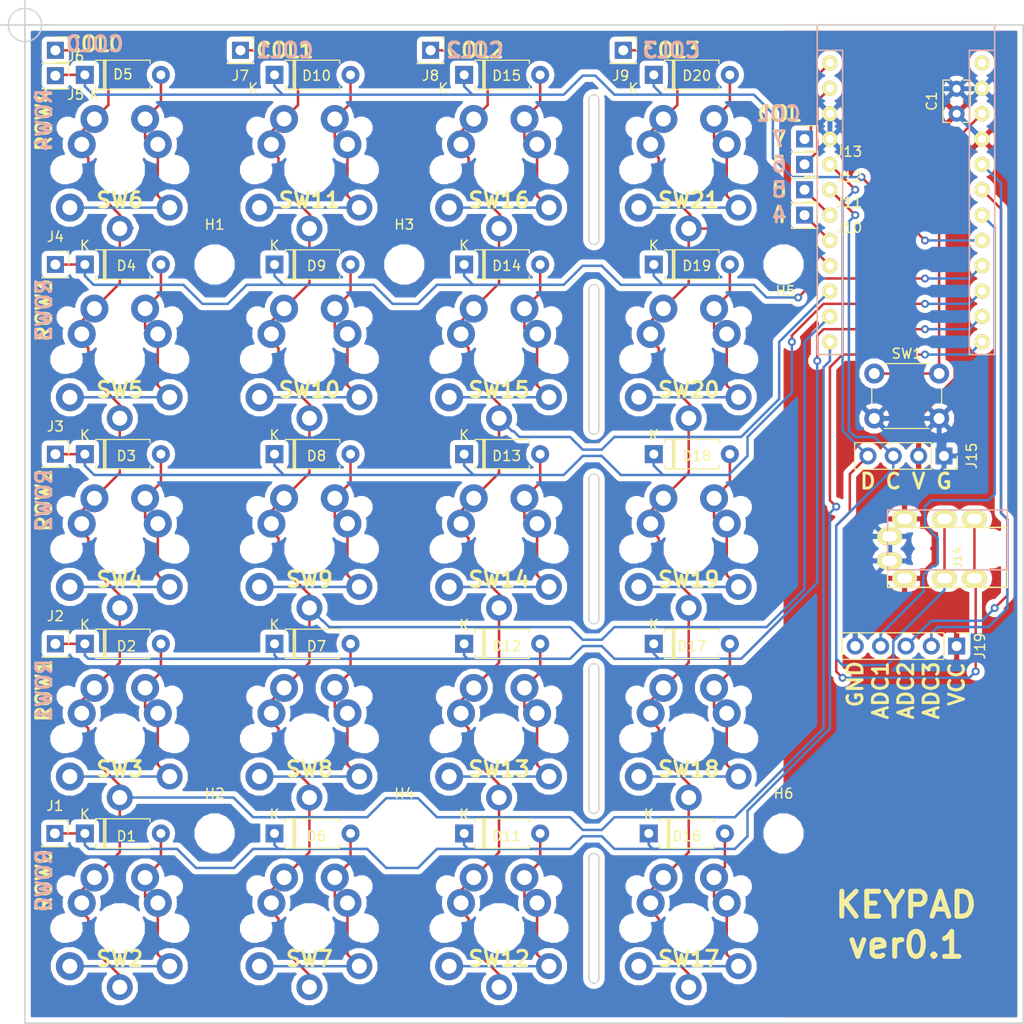
<source format=kicad_pcb>
(kicad_pcb (version 20171130) (host pcbnew 5.0.2-bee76a0~70~ubuntu16.04.1)
  (layers (0 F.Cu signal) (31 B.Cu signal) (34 B.Paste user) (35 F.Paste user) (36 B.SilkS user) (37 F.SilkS user) (38 B.Mask user) (39 F.Mask user) (44 Edge.Cuts user))
  (net 0 "")
  (net 1 GND)
  (net 2 +5V)
  (net 3 "Net-(D1-Pad2)")
  (net 4 /ROW0)
  (net 5 /ROW1)
  (net 6 "Net-(D2-Pad2)")
  (net 7 /ROW2)
  (net 8 "Net-(D3-Pad2)")
  (net 9 /ROW3)
  (net 10 "Net-(D4-Pad2)")
  (net 11 /ROW4)
  (net 12 "Net-(D5-Pad2)")
  (net 13 "Net-(D6-Pad2)")
  (net 14 "Net-(D7-Pad2)")
  (net 15 "Net-(D8-Pad2)")
  (net 16 "Net-(D9-Pad2)")
  (net 17 "Net-(D10-Pad2)")
  (net 18 "Net-(D11-Pad2)")
  (net 19 "Net-(D12-Pad2)")
  (net 20 "Net-(D13-Pad2)")
  (net 21 "Net-(D14-Pad2)")
  (net 22 "Net-(D15-Pad2)")
  (net 23 "Net-(D16-Pad2)")
  (net 24 "Net-(D17-Pad2)")
  (net 25 "Net-(D18-Pad2)")
  (net 26 "Net-(D19-Pad2)")
  (net 27 "Net-(D20-Pad2)")
  (net 28 /COL0)
  (net 29 /COL1)
  (net 30 /COL2)
  (net 31 /COL3)
  (net 32 /COL4)
  (net 33 /COL5)
  (net 34 /COL6)
  (net 35 /COL7)
  (net 36 /SCL)
  (net 37 /SDA)
  (net 38 /ADC3)
  (net 39 /ADC2)
  (net 40 /ADC1)
  (net 41 /nRST)
  (net 42 "Net-(U1-Pad24)")
  (module Connector_PinHeader_2.54mm:PinHeader_1x05_P2.54mm_Vertical (layer F.Cu) (at 123.345 92.23 270)
    (fp_text reference J19 (at 0 -2.33 270) (layer F.SilkS))
    (fp_text value Conn_01x05)
    (pad 1 thru_hole rect (at 0 0 270) (size 1.7 1.7) (drill 1) (layers *.Cu *.Mask) (net 2 +5V))
    (pad 2 thru_hole oval (at 0 2.54 270) (size 1.7 1.7) (drill 1) (layers *.Cu *.Mask) (net 38 /ADC3))
    (pad 3 thru_hole oval (at 0 5.08 270) (size 1.7 1.7) (drill 1) (layers *.Cu *.Mask) (net 39 /ADC2))
    (pad 4 thru_hole oval (at 0 7.62 270) (size 1.7 1.7) (drill 1) (layers *.Cu *.Mask) (net 40 /ADC1))
    (pad 5 thru_hole oval (at 0 10.16 270) (size 1.7 1.7) (drill 1) (layers *.Cu *.Mask) (net 1 GND))
  )
  (module Diode_THT:D_A-405_P7.62mm_Horizontal (layer F.Cu) (at 55 35)
    (fp_text reference D10 (at 4.21 0.08) (layer F.SilkS))
    (fp_text value D)
    (fp_text user K (at -2.14 1.35) (layer F.SilkS))
    (pad 1 thru_hole rect (at 0 0) (size 1.8 1.8) (drill 0.9) (layers *.Cu *.Mask) (net 11 /ROW4))
    (pad 2 thru_hole oval (at 7.62 0) (size 1.8 1.8) (drill 0.9) (layers *.Cu *.Mask) (net 17 "Net-(D10-Pad2)"))
  )
  (module msykbd:MJ-4PP-9_rev2 (layer F.Cu) (at 128.425 83.34 270)
    (fp_text reference J14 (at 0 5 270) (layer F.SilkS) (effects (font (size 0.8 0.8))))
    (fp_text value MJ-4PP-9 hide)
    (pad A thru_hole oval (at -2.1 11.8 270) (size 1.7 2.5) (drill oval 1 1.5) (layers *.Cu *.Mask F.SilkS) (net 1 GND) (clearance 0.15))
    (pad D thru_hole oval (at 2.1 10.3 270) (size 1.7 2.5) (drill oval 1 1.5) (layers *.Cu *.Mask F.SilkS) (net 2 +5V) (clearance 0.15))
    (pad C thru_hole oval (at 2.1 6.3 270) (size 1.7 2.5) (drill oval 1 1.5) (layers *.Cu *.Mask F.SilkS) (net 36 /SCL))
    (pad B thru_hole oval (at 2.1 3.3 270) (size 1.7 2.5) (drill oval 1 1.5) (layers *.Cu *.Mask F.SilkS) (net 37 /SDA))
    (pad "" np_thru_hole circle (at 0 8.5 270) (size 1.2 1.2) (drill 1.2) (layers *.Cu *.Mask F.SilkS))
    (pad "" np_thru_hole circle (at 0 1.5 270) (size 1.2 1.2) (drill 1.2) (layers *.Cu *.Mask F.SilkS))
    (pad C thru_hole oval (at -3.85 6.3 270) (size 1.7 2.5) (drill oval 1 1.5) (layers *.Cu *.Mask F.SilkS) (net 36 /SCL))
    (pad B thru_hole oval (at -3.85 3.3 270) (size 1.7 2.5) (drill oval 1 1.5) (layers *.Cu *.Mask F.SilkS) (net 37 /SDA))
    (pad A thru_hole oval (at 0.35 11.8 270) (size 1.7 2.5) (drill oval 1 1.5) (layers *.Cu *.Mask F.SilkS) (net 1 GND) (clearance 0.15))
    (pad D thru_hole oval (at -3.85 10.3 270) (size 1.7 2.5) (drill oval 1 1.5) (layers *.Cu *.Mask F.SilkS) (net 2 +5V) (clearance 0.15))
    (pad "" np_thru_hole circle (at -1.75 1.5 270) (size 1.2 1.2) (drill 1.2) (layers *.Cu *.Mask F.SilkS))
    (pad "" np_thru_hole circle (at -1.75 8.5 270) (size 1.2 1.2) (drill 1.2) (layers *.Cu *.Mask F.SilkS))
  )
  (module msykbd:ProMicro_rev (layer F.Cu) (at 118.265 47.78)
    (fp_text reference U1 hide)
    (fp_text value ProMicro hide)
    (pad 24 thru_hole circle (at 7.62 -13.97) (size 1.524 1.524) (drill 0.8128) (layers *.Cu *.Mask F.SilkS) (net 42 "Net-(U1-Pad24)"))
    (pad 23 thru_hole circle (at 7.62 -11.43) (size 1.524 1.524) (drill 0.8128) (layers *.Cu *.Mask F.SilkS) (net 1 GND))
    (pad 22 thru_hole circle (at 7.62 -8.89) (size 1.524 1.524) (drill 0.8128) (layers *.Cu *.Mask F.SilkS) (net 41 /nRST))
    (pad 21 thru_hole circle (at 7.62 -6.35) (size 1.524 1.524) (drill 0.8128) (layers *.Cu *.Mask F.SilkS) (net 2 +5V))
    (pad 20 thru_hole circle (at 7.62 -3.81) (size 1.524 1.524) (drill 0.8128) (layers *.Cu *.Mask F.SilkS) (net 38 /ADC3))
    (pad 19 thru_hole circle (at 7.62 -1.27) (size 1.524 1.524) (drill 0.8128) (layers *.Cu *.Mask F.SilkS) (net 39 /ADC2))
    (pad 18 thru_hole circle (at 7.62 1.27) (size 1.524 1.524) (drill 0.8128) (layers *.Cu *.Mask F.SilkS) (net 40 /ADC1))
    (pad 17 thru_hole circle (at 7.62 3.81) (size 1.524 1.524) (drill 0.8128) (layers *.Cu *.Mask F.SilkS) (net 11 /ROW4))
    (pad 16 thru_hole circle (at 7.62 6.35) (size 1.524 1.524) (drill 0.8128) (layers *.Cu *.Mask F.SilkS) (net 9 /ROW3))
    (pad 15 thru_hole circle (at 7.62 8.89) (size 1.524 1.524) (drill 0.8128) (layers *.Cu *.Mask F.SilkS) (net 7 /ROW2))
    (pad 14 thru_hole circle (at 7.62 11.43) (size 1.524 1.524) (drill 0.8128) (layers *.Cu *.Mask F.SilkS) (net 5 /ROW1))
    (pad 13 thru_hole circle (at 7.62 13.97) (size 1.524 1.524) (drill 0.8128) (layers *.Cu *.Mask F.SilkS) (net 4 /ROW0))
    (pad 12 thru_hole circle (at -7.62 13.97) (size 1.524 1.524) (drill 0.8128) (layers *.Cu *.Mask F.SilkS) (net 28 /COL0))
    (pad 11 thru_hole circle (at -7.62 11.43) (size 1.524 1.524) (drill 0.8128) (layers *.Cu *.Mask F.SilkS) (net 29 /COL1))
    (pad 10 thru_hole circle (at -7.62 8.89) (size 1.524 1.524) (drill 0.8128) (layers *.Cu *.Mask F.SilkS) (net 30 /COL2))
    (pad 9 thru_hole circle (at -7.62 6.35) (size 1.524 1.524) (drill 0.8128) (layers *.Cu *.Mask F.SilkS) (net 31 /COL3))
    (pad 8 thru_hole circle (at -7.62 3.81) (size 1.524 1.524) (drill 0.8128) (layers *.Cu *.Mask F.SilkS) (net 32 /COL4))
    (pad 7 thru_hole circle (at -7.62 1.27) (size 1.524 1.524) (drill 0.8128) (layers *.Cu *.Mask F.SilkS) (net 33 /COL5))
    (pad 6 thru_hole circle (at -7.62 -1.27) (size 1.524 1.524) (drill 0.8128) (layers *.Cu *.Mask F.SilkS) (net 36 /SCL))
    (pad 5 thru_hole circle (at -7.62 -3.81) (size 1.524 1.524) (drill 0.8128) (layers *.Cu *.Mask F.SilkS) (net 37 /SDA))
    (pad 4 thru_hole circle (at -7.62 -6.35) (size 1.524 1.524) (drill 0.8128) (layers *.Cu *.Mask F.SilkS) (net 1 GND))
    (pad 3 thru_hole circle (at -7.62 -8.89) (size 1.524 1.524) (drill 0.8128) (layers *.Cu *.Mask F.SilkS) (net 1 GND))
    (pad 2 thru_hole circle (at -7.62 -11.43) (size 1.524 1.524) (drill 0.8128) (layers *.Cu *.Mask F.SilkS) (net 34 /COL6))
    (pad 1 thru_hole circle (at -7.62 -13.97) (size 1.524 1.524) (drill 0.8128) (layers *.Cu *.Mask F.SilkS) (net 35 /COL7))
  )
  (module msykbd:MX_PG1350-Under_FLIP_HOLES_ (layer F.Cu) (at 77.5 63.5)
    (fp_text reference SW15 (at 0 3.048) (layer F.SilkS) (effects (font (size 1.524 1.524) (thickness 0.3048))))
    (fp_text value SW_Push hide)
    (pad "" np_thru_hole circle (at 5.5 0) (size 1.9 1.9) (drill 1.9) (layers *.Cu *.Mask) (clearance 0.1524))
    (pad "" np_thru_hole circle (at -5.5 0) (size 1.9 1.9) (drill 1.9) (layers *.Cu *.Mask) (clearance 0.1524))
    (pad "" np_thru_hole circle (at -5.22 -4.2) (size 1.2 1.2) (drill 1.2) (layers *.Cu *.Mask))
    (pad 1 thru_hole circle (at -3.81 -2.54) (size 2.8 2.8) (drill 1.5) (layers *.Cu *.Mask) (net 30 /COL2))
    (pad "" np_thru_hole circle (at 0 0) (size 4 4) (drill 4) (layers *.Cu *.Mask) (clearance 0.1524))
    (pad "" np_thru_hole circle (at -5.08 0) (size 1.7 1.7) (drill 1.7) (layers *.Cu *.Mask) (clearance 0.1524))
    (pad "" np_thru_hole circle (at 5.08 0) (size 1.7 1.7) (drill 1.7) (layers *.Cu *.Mask) (clearance 0.1524))
    (pad 2 thru_hole circle (at 3.81 -2.54) (size 2.8 2.8) (drill 1.5) (layers *.Cu *.Mask) (net 21 "Net-(D14-Pad2)"))
    (pad 1 thru_hole circle (at -2.54 -5.08) (size 2.8 2.8) (drill 1.5) (layers *.Cu *.Mask) (net 30 /COL2))
    (pad 2 thru_hole circle (at 2.54 -5.08) (size 2.8 2.8) (drill 1.5) (layers *.Cu *.Mask) (net 21 "Net-(D14-Pad2)"))
    (pad 2 thru_hole circle (at -5 3.8) (size 2.8 2.8) (drill 1.5) (layers *.Cu *.Mask) (net 21 "Net-(D14-Pad2)"))
    (pad 1 thru_hole circle (at 0 5.9) (size 2.6 2.6) (drill 1.5) (layers *.Cu *.Mask) (net 30 /COL2))
    (pad 2 thru_hole circle (at 5 3.8) (size 2.6 2.6) (drill 1.5) (layers *.Cu *.Mask) (net 21 "Net-(D14-Pad2)"))
    (pad "" np_thru_hole circle (at 5.22 -4.2) (size 1.2 1.2) (drill 1.2) (layers *.Cu *.Mask))
  )
  (module msykbd:MX_PG1350-Under_FLIP_HOLES_ (layer F.Cu) (at 39.5 101.5)
    (fp_text reference SW3 (at 0 3.048) (layer F.SilkS) (effects (font (size 1.524 1.524) (thickness 0.3048))))
    (fp_text value SW_Push hide)
    (pad "" np_thru_hole circle (at 5.5 0) (size 1.9 1.9) (drill 1.9) (layers *.Cu *.Mask) (clearance 0.1524))
    (pad "" np_thru_hole circle (at -5.5 0) (size 1.9 1.9) (drill 1.9) (layers *.Cu *.Mask) (clearance 0.1524))
    (pad "" np_thru_hole circle (at -5.22 -4.2) (size 1.2 1.2) (drill 1.2) (layers *.Cu *.Mask))
    (pad 1 thru_hole circle (at -3.81 -2.54) (size 2.8 2.8) (drill 1.5) (layers *.Cu *.Mask) (net 28 /COL0))
    (pad "" np_thru_hole circle (at 0 0) (size 4 4) (drill 4) (layers *.Cu *.Mask) (clearance 0.1524))
    (pad "" np_thru_hole circle (at -5.08 0) (size 1.7 1.7) (drill 1.7) (layers *.Cu *.Mask) (clearance 0.1524))
    (pad "" np_thru_hole circle (at 5.08 0) (size 1.7 1.7) (drill 1.7) (layers *.Cu *.Mask) (clearance 0.1524))
    (pad 2 thru_hole circle (at 3.81 -2.54) (size 2.8 2.8) (drill 1.5) (layers *.Cu *.Mask) (net 6 "Net-(D2-Pad2)"))
    (pad 1 thru_hole circle (at -2.54 -5.08) (size 2.8 2.8) (drill 1.5) (layers *.Cu *.Mask) (net 28 /COL0))
    (pad 2 thru_hole circle (at 2.54 -5.08) (size 2.8 2.8) (drill 1.5) (layers *.Cu *.Mask) (net 6 "Net-(D2-Pad2)"))
    (pad 2 thru_hole circle (at -5 3.8) (size 2.8 2.8) (drill 1.5) (layers *.Cu *.Mask) (net 6 "Net-(D2-Pad2)"))
    (pad 1 thru_hole circle (at 0 5.9) (size 2.6 2.6) (drill 1.5) (layers *.Cu *.Mask) (net 28 /COL0))
    (pad 2 thru_hole circle (at 5 3.8) (size 2.6 2.6) (drill 1.5) (layers *.Cu *.Mask) (net 6 "Net-(D2-Pad2)"))
    (pad "" np_thru_hole circle (at 5.22 -4.2) (size 1.2 1.2) (drill 1.2) (layers *.Cu *.Mask))
  )
  (module msykbd:MX_PG1350-Under_FLIP_HOLES_ (layer F.Cu) (at 96.5 82.5)
    (fp_text reference SW19 (at 0 3.048) (layer F.SilkS) (effects (font (size 1.524 1.524) (thickness 0.3048))))
    (fp_text value SW_Push hide)
    (pad "" np_thru_hole circle (at 5.5 0) (size 1.9 1.9) (drill 1.9) (layers *.Cu *.Mask) (clearance 0.1524))
    (pad "" np_thru_hole circle (at -5.5 0) (size 1.9 1.9) (drill 1.9) (layers *.Cu *.Mask) (clearance 0.1524))
    (pad "" np_thru_hole circle (at -5.22 -4.2) (size 1.2 1.2) (drill 1.2) (layers *.Cu *.Mask))
    (pad 1 thru_hole circle (at -3.81 -2.54) (size 2.8 2.8) (drill 1.5) (layers *.Cu *.Mask) (net 31 /COL3))
    (pad "" np_thru_hole circle (at 0 0) (size 4 4) (drill 4) (layers *.Cu *.Mask) (clearance 0.1524))
    (pad "" np_thru_hole circle (at -5.08 0) (size 1.7 1.7) (drill 1.7) (layers *.Cu *.Mask) (clearance 0.1524))
    (pad "" np_thru_hole circle (at 5.08 0) (size 1.7 1.7) (drill 1.7) (layers *.Cu *.Mask) (clearance 0.1524))
    (pad 2 thru_hole circle (at 3.81 -2.54) (size 2.8 2.8) (drill 1.5) (layers *.Cu *.Mask) (net 25 "Net-(D18-Pad2)"))
    (pad 1 thru_hole circle (at -2.54 -5.08) (size 2.8 2.8) (drill 1.5) (layers *.Cu *.Mask) (net 31 /COL3))
    (pad 2 thru_hole circle (at 2.54 -5.08) (size 2.8 2.8) (drill 1.5) (layers *.Cu *.Mask) (net 25 "Net-(D18-Pad2)"))
    (pad 2 thru_hole circle (at -5 3.8) (size 2.8 2.8) (drill 1.5) (layers *.Cu *.Mask) (net 25 "Net-(D18-Pad2)"))
    (pad 1 thru_hole circle (at 0 5.9) (size 2.6 2.6) (drill 1.5) (layers *.Cu *.Mask) (net 31 /COL3))
    (pad 2 thru_hole circle (at 5 3.8) (size 2.6 2.6) (drill 1.5) (layers *.Cu *.Mask) (net 25 "Net-(D18-Pad2)"))
    (pad "" np_thru_hole circle (at 5.22 -4.2) (size 1.2 1.2) (drill 1.2) (layers *.Cu *.Mask))
  )
  (module msykbd:MX_PG1350-Under_FLIP_HOLES_ (layer F.Cu) (at 39.5 120.5)
    (fp_text reference SW2 (at 0 3.048) (layer F.SilkS) (effects (font (size 1.524 1.524) (thickness 0.3048))))
    (fp_text value SW_Push hide)
    (pad "" np_thru_hole circle (at 5.5 0) (size 1.9 1.9) (drill 1.9) (layers *.Cu *.Mask) (clearance 0.1524))
    (pad "" np_thru_hole circle (at -5.5 0) (size 1.9 1.9) (drill 1.9) (layers *.Cu *.Mask) (clearance 0.1524))
    (pad "" np_thru_hole circle (at -5.22 -4.2) (size 1.2 1.2) (drill 1.2) (layers *.Cu *.Mask))
    (pad 1 thru_hole circle (at -3.81 -2.54) (size 2.8 2.8) (drill 1.5) (layers *.Cu *.Mask) (net 28 /COL0))
    (pad "" np_thru_hole circle (at 0 0) (size 4 4) (drill 4) (layers *.Cu *.Mask) (clearance 0.1524))
    (pad "" np_thru_hole circle (at -5.08 0) (size 1.7 1.7) (drill 1.7) (layers *.Cu *.Mask) (clearance 0.1524))
    (pad "" np_thru_hole circle (at 5.08 0) (size 1.7 1.7) (drill 1.7) (layers *.Cu *.Mask) (clearance 0.1524))
    (pad 2 thru_hole circle (at 3.81 -2.54) (size 2.8 2.8) (drill 1.5) (layers *.Cu *.Mask) (net 3 "Net-(D1-Pad2)"))
    (pad 1 thru_hole circle (at -2.54 -5.08) (size 2.8 2.8) (drill 1.5) (layers *.Cu *.Mask) (net 28 /COL0))
    (pad 2 thru_hole circle (at 2.54 -5.08) (size 2.8 2.8) (drill 1.5) (layers *.Cu *.Mask) (net 3 "Net-(D1-Pad2)"))
    (pad 2 thru_hole circle (at -5 3.8) (size 2.8 2.8) (drill 1.5) (layers *.Cu *.Mask) (net 3 "Net-(D1-Pad2)"))
    (pad 1 thru_hole circle (at 0 5.9) (size 2.6 2.6) (drill 1.5) (layers *.Cu *.Mask) (net 28 /COL0))
    (pad 2 thru_hole circle (at 5 3.8) (size 2.6 2.6) (drill 1.5) (layers *.Cu *.Mask) (net 3 "Net-(D1-Pad2)"))
    (pad "" np_thru_hole circle (at 5.22 -4.2) (size 1.2 1.2) (drill 1.2) (layers *.Cu *.Mask))
  )
  (module msykbd:MX_PG1350-Under_FLIP_HOLES_ (layer F.Cu) (at 39.5 82.5)
    (fp_text reference SW4 (at 0 3.048) (layer F.SilkS) (effects (font (size 1.524 1.524) (thickness 0.3048))))
    (fp_text value SW_Push hide)
    (pad "" np_thru_hole circle (at 5.5 0) (size 1.9 1.9) (drill 1.9) (layers *.Cu *.Mask) (clearance 0.1524))
    (pad "" np_thru_hole circle (at -5.5 0) (size 1.9 1.9) (drill 1.9) (layers *.Cu *.Mask) (clearance 0.1524))
    (pad "" np_thru_hole circle (at -5.22 -4.2) (size 1.2 1.2) (drill 1.2) (layers *.Cu *.Mask))
    (pad 1 thru_hole circle (at -3.81 -2.54) (size 2.8 2.8) (drill 1.5) (layers *.Cu *.Mask) (net 28 /COL0))
    (pad "" np_thru_hole circle (at 0 0) (size 4 4) (drill 4) (layers *.Cu *.Mask) (clearance 0.1524))
    (pad "" np_thru_hole circle (at -5.08 0) (size 1.7 1.7) (drill 1.7) (layers *.Cu *.Mask) (clearance 0.1524))
    (pad "" np_thru_hole circle (at 5.08 0) (size 1.7 1.7) (drill 1.7) (layers *.Cu *.Mask) (clearance 0.1524))
    (pad 2 thru_hole circle (at 3.81 -2.54) (size 2.8 2.8) (drill 1.5) (layers *.Cu *.Mask) (net 8 "Net-(D3-Pad2)"))
    (pad 1 thru_hole circle (at -2.54 -5.08) (size 2.8 2.8) (drill 1.5) (layers *.Cu *.Mask) (net 28 /COL0))
    (pad 2 thru_hole circle (at 2.54 -5.08) (size 2.8 2.8) (drill 1.5) (layers *.Cu *.Mask) (net 8 "Net-(D3-Pad2)"))
    (pad 2 thru_hole circle (at -5 3.8) (size 2.8 2.8) (drill 1.5) (layers *.Cu *.Mask) (net 8 "Net-(D3-Pad2)"))
    (pad 1 thru_hole circle (at 0 5.9) (size 2.6 2.6) (drill 1.5) (layers *.Cu *.Mask) (net 28 /COL0))
    (pad 2 thru_hole circle (at 5 3.8) (size 2.6 2.6) (drill 1.5) (layers *.Cu *.Mask) (net 8 "Net-(D3-Pad2)"))
    (pad "" np_thru_hole circle (at 5.22 -4.2) (size 1.2 1.2) (drill 1.2) (layers *.Cu *.Mask))
  )
  (module msykbd:MX_PG1350-Under_FLIP_HOLES_ (layer F.Cu) (at 39.5 63.5)
    (fp_text reference SW5 (at 0 3.048) (layer F.SilkS) (effects (font (size 1.524 1.524) (thickness 0.3048))))
    (fp_text value SW_Push hide)
    (pad "" np_thru_hole circle (at 5.5 0) (size 1.9 1.9) (drill 1.9) (layers *.Cu *.Mask) (clearance 0.1524))
    (pad "" np_thru_hole circle (at -5.5 0) (size 1.9 1.9) (drill 1.9) (layers *.Cu *.Mask) (clearance 0.1524))
    (pad "" np_thru_hole circle (at -5.22 -4.2) (size 1.2 1.2) (drill 1.2) (layers *.Cu *.Mask))
    (pad 1 thru_hole circle (at -3.81 -2.54) (size 2.8 2.8) (drill 1.5) (layers *.Cu *.Mask) (net 28 /COL0))
    (pad "" np_thru_hole circle (at 0 0) (size 4 4) (drill 4) (layers *.Cu *.Mask) (clearance 0.1524))
    (pad "" np_thru_hole circle (at -5.08 0) (size 1.7 1.7) (drill 1.7) (layers *.Cu *.Mask) (clearance 0.1524))
    (pad "" np_thru_hole circle (at 5.08 0) (size 1.7 1.7) (drill 1.7) (layers *.Cu *.Mask) (clearance 0.1524))
    (pad 2 thru_hole circle (at 3.81 -2.54) (size 2.8 2.8) (drill 1.5) (layers *.Cu *.Mask) (net 10 "Net-(D4-Pad2)"))
    (pad 1 thru_hole circle (at -2.54 -5.08) (size 2.8 2.8) (drill 1.5) (layers *.Cu *.Mask) (net 28 /COL0))
    (pad 2 thru_hole circle (at 2.54 -5.08) (size 2.8 2.8) (drill 1.5) (layers *.Cu *.Mask) (net 10 "Net-(D4-Pad2)"))
    (pad 2 thru_hole circle (at -5 3.8) (size 2.8 2.8) (drill 1.5) (layers *.Cu *.Mask) (net 10 "Net-(D4-Pad2)"))
    (pad 1 thru_hole circle (at 0 5.9) (size 2.6 2.6) (drill 1.5) (layers *.Cu *.Mask) (net 28 /COL0))
    (pad 2 thru_hole circle (at 5 3.8) (size 2.6 2.6) (drill 1.5) (layers *.Cu *.Mask) (net 10 "Net-(D4-Pad2)"))
    (pad "" np_thru_hole circle (at 5.22 -4.2) (size 1.2 1.2) (drill 1.2) (layers *.Cu *.Mask))
  )
  (module msykbd:MX_PG1350-Under_FLIP_HOLES_ (layer F.Cu) (at 39.5 44.5)
    (fp_text reference SW6 (at 0 3.048) (layer F.SilkS) (effects (font (size 1.524 1.524) (thickness 0.3048))))
    (fp_text value SW_Push hide)
    (pad "" np_thru_hole circle (at 5.5 0) (size 1.9 1.9) (drill 1.9) (layers *.Cu *.Mask) (clearance 0.1524))
    (pad "" np_thru_hole circle (at -5.5 0) (size 1.9 1.9) (drill 1.9) (layers *.Cu *.Mask) (clearance 0.1524))
    (pad "" np_thru_hole circle (at -5.22 -4.2) (size 1.2 1.2) (drill 1.2) (layers *.Cu *.Mask))
    (pad 1 thru_hole circle (at -3.81 -2.54) (size 2.8 2.8) (drill 1.5) (layers *.Cu *.Mask) (net 28 /COL0))
    (pad "" np_thru_hole circle (at 0 0) (size 4 4) (drill 4) (layers *.Cu *.Mask) (clearance 0.1524))
    (pad "" np_thru_hole circle (at -5.08 0) (size 1.7 1.7) (drill 1.7) (layers *.Cu *.Mask) (clearance 0.1524))
    (pad "" np_thru_hole circle (at 5.08 0) (size 1.7 1.7) (drill 1.7) (layers *.Cu *.Mask) (clearance 0.1524))
    (pad 2 thru_hole circle (at 3.81 -2.54) (size 2.8 2.8) (drill 1.5) (layers *.Cu *.Mask) (net 12 "Net-(D5-Pad2)"))
    (pad 1 thru_hole circle (at -2.54 -5.08) (size 2.8 2.8) (drill 1.5) (layers *.Cu *.Mask) (net 28 /COL0))
    (pad 2 thru_hole circle (at 2.54 -5.08) (size 2.8 2.8) (drill 1.5) (layers *.Cu *.Mask) (net 12 "Net-(D5-Pad2)"))
    (pad 2 thru_hole circle (at -5 3.8) (size 2.8 2.8) (drill 1.5) (layers *.Cu *.Mask) (net 12 "Net-(D5-Pad2)"))
    (pad 1 thru_hole circle (at 0 5.9) (size 2.6 2.6) (drill 1.5) (layers *.Cu *.Mask) (net 28 /COL0))
    (pad 2 thru_hole circle (at 5 3.8) (size 2.6 2.6) (drill 1.5) (layers *.Cu *.Mask) (net 12 "Net-(D5-Pad2)"))
    (pad "" np_thru_hole circle (at 5.22 -4.2) (size 1.2 1.2) (drill 1.2) (layers *.Cu *.Mask))
  )
  (module msykbd:MX_PG1350-Under_FLIP_HOLES_ (layer F.Cu) (at 58.5 120.5)
    (fp_text reference SW7 (at 0 3.048) (layer F.SilkS) (effects (font (size 1.524 1.524) (thickness 0.3048))))
    (fp_text value SW_Push hide)
    (pad "" np_thru_hole circle (at 5.5 0) (size 1.9 1.9) (drill 1.9) (layers *.Cu *.Mask) (clearance 0.1524))
    (pad "" np_thru_hole circle (at -5.5 0) (size 1.9 1.9) (drill 1.9) (layers *.Cu *.Mask) (clearance 0.1524))
    (pad "" np_thru_hole circle (at -5.22 -4.2) (size 1.2 1.2) (drill 1.2) (layers *.Cu *.Mask))
    (pad 1 thru_hole circle (at -3.81 -2.54) (size 2.8 2.8) (drill 1.5) (layers *.Cu *.Mask) (net 29 /COL1))
    (pad "" np_thru_hole circle (at 0 0) (size 4 4) (drill 4) (layers *.Cu *.Mask) (clearance 0.1524))
    (pad "" np_thru_hole circle (at -5.08 0) (size 1.7 1.7) (drill 1.7) (layers *.Cu *.Mask) (clearance 0.1524))
    (pad "" np_thru_hole circle (at 5.08 0) (size 1.7 1.7) (drill 1.7) (layers *.Cu *.Mask) (clearance 0.1524))
    (pad 2 thru_hole circle (at 3.81 -2.54) (size 2.8 2.8) (drill 1.5) (layers *.Cu *.Mask) (net 13 "Net-(D6-Pad2)"))
    (pad 1 thru_hole circle (at -2.54 -5.08) (size 2.8 2.8) (drill 1.5) (layers *.Cu *.Mask) (net 29 /COL1))
    (pad 2 thru_hole circle (at 2.54 -5.08) (size 2.8 2.8) (drill 1.5) (layers *.Cu *.Mask) (net 13 "Net-(D6-Pad2)"))
    (pad 2 thru_hole circle (at -5 3.8) (size 2.8 2.8) (drill 1.5) (layers *.Cu *.Mask) (net 13 "Net-(D6-Pad2)"))
    (pad 1 thru_hole circle (at 0 5.9) (size 2.6 2.6) (drill 1.5) (layers *.Cu *.Mask) (net 29 /COL1))
    (pad 2 thru_hole circle (at 5 3.8) (size 2.6 2.6) (drill 1.5) (layers *.Cu *.Mask) (net 13 "Net-(D6-Pad2)"))
    (pad "" np_thru_hole circle (at 5.22 -4.2) (size 1.2 1.2) (drill 1.2) (layers *.Cu *.Mask))
  )
  (module msykbd:MX_PG1350-Under_FLIP_HOLES_ (layer F.Cu) (at 58.5 101.5)
    (fp_text reference SW8 (at 0 3.048) (layer F.SilkS) (effects (font (size 1.524 1.524) (thickness 0.3048))))
    (fp_text value SW_Push hide)
    (pad "" np_thru_hole circle (at 5.5 0) (size 1.9 1.9) (drill 1.9) (layers *.Cu *.Mask) (clearance 0.1524))
    (pad "" np_thru_hole circle (at -5.5 0) (size 1.9 1.9) (drill 1.9) (layers *.Cu *.Mask) (clearance 0.1524))
    (pad "" np_thru_hole circle (at -5.22 -4.2) (size 1.2 1.2) (drill 1.2) (layers *.Cu *.Mask))
    (pad 1 thru_hole circle (at -3.81 -2.54) (size 2.8 2.8) (drill 1.5) (layers *.Cu *.Mask) (net 29 /COL1))
    (pad "" np_thru_hole circle (at 0 0) (size 4 4) (drill 4) (layers *.Cu *.Mask) (clearance 0.1524))
    (pad "" np_thru_hole circle (at -5.08 0) (size 1.7 1.7) (drill 1.7) (layers *.Cu *.Mask) (clearance 0.1524))
    (pad "" np_thru_hole circle (at 5.08 0) (size 1.7 1.7) (drill 1.7) (layers *.Cu *.Mask) (clearance 0.1524))
    (pad 2 thru_hole circle (at 3.81 -2.54) (size 2.8 2.8) (drill 1.5) (layers *.Cu *.Mask) (net 14 "Net-(D7-Pad2)"))
    (pad 1 thru_hole circle (at -2.54 -5.08) (size 2.8 2.8) (drill 1.5) (layers *.Cu *.Mask) (net 29 /COL1))
    (pad 2 thru_hole circle (at 2.54 -5.08) (size 2.8 2.8) (drill 1.5) (layers *.Cu *.Mask) (net 14 "Net-(D7-Pad2)"))
    (pad 2 thru_hole circle (at -5 3.8) (size 2.8 2.8) (drill 1.5) (layers *.Cu *.Mask) (net 14 "Net-(D7-Pad2)"))
    (pad 1 thru_hole circle (at 0 5.9) (size 2.6 2.6) (drill 1.5) (layers *.Cu *.Mask) (net 29 /COL1))
    (pad 2 thru_hole circle (at 5 3.8) (size 2.6 2.6) (drill 1.5) (layers *.Cu *.Mask) (net 14 "Net-(D7-Pad2)"))
    (pad "" np_thru_hole circle (at 5.22 -4.2) (size 1.2 1.2) (drill 1.2) (layers *.Cu *.Mask))
  )
  (module msykbd:MX_PG1350-Under_FLIP_HOLES_ (layer F.Cu) (at 58.5 82.5)
    (fp_text reference SW9 (at 0 3.048) (layer F.SilkS) (effects (font (size 1.524 1.524) (thickness 0.3048))))
    (fp_text value SW_Push hide)
    (pad "" np_thru_hole circle (at 5.5 0) (size 1.9 1.9) (drill 1.9) (layers *.Cu *.Mask) (clearance 0.1524))
    (pad "" np_thru_hole circle (at -5.5 0) (size 1.9 1.9) (drill 1.9) (layers *.Cu *.Mask) (clearance 0.1524))
    (pad "" np_thru_hole circle (at -5.22 -4.2) (size 1.2 1.2) (drill 1.2) (layers *.Cu *.Mask))
    (pad 1 thru_hole circle (at -3.81 -2.54) (size 2.8 2.8) (drill 1.5) (layers *.Cu *.Mask) (net 29 /COL1))
    (pad "" np_thru_hole circle (at 0 0) (size 4 4) (drill 4) (layers *.Cu *.Mask) (clearance 0.1524))
    (pad "" np_thru_hole circle (at -5.08 0) (size 1.7 1.7) (drill 1.7) (layers *.Cu *.Mask) (clearance 0.1524))
    (pad "" np_thru_hole circle (at 5.08 0) (size 1.7 1.7) (drill 1.7) (layers *.Cu *.Mask) (clearance 0.1524))
    (pad 2 thru_hole circle (at 3.81 -2.54) (size 2.8 2.8) (drill 1.5) (layers *.Cu *.Mask) (net 15 "Net-(D8-Pad2)"))
    (pad 1 thru_hole circle (at -2.54 -5.08) (size 2.8 2.8) (drill 1.5) (layers *.Cu *.Mask) (net 29 /COL1))
    (pad 2 thru_hole circle (at 2.54 -5.08) (size 2.8 2.8) (drill 1.5) (layers *.Cu *.Mask) (net 15 "Net-(D8-Pad2)"))
    (pad 2 thru_hole circle (at -5 3.8) (size 2.8 2.8) (drill 1.5) (layers *.Cu *.Mask) (net 15 "Net-(D8-Pad2)"))
    (pad 1 thru_hole circle (at 0 5.9) (size 2.6 2.6) (drill 1.5) (layers *.Cu *.Mask) (net 29 /COL1))
    (pad 2 thru_hole circle (at 5 3.8) (size 2.6 2.6) (drill 1.5) (layers *.Cu *.Mask) (net 15 "Net-(D8-Pad2)"))
    (pad "" np_thru_hole circle (at 5.22 -4.2) (size 1.2 1.2) (drill 1.2) (layers *.Cu *.Mask))
  )
  (module msykbd:MX_PG1350-Under_FLIP_HOLES_ (layer F.Cu) (at 58.5 63.5)
    (fp_text reference SW10 (at 0 3.048) (layer F.SilkS) (effects (font (size 1.524 1.524) (thickness 0.3048))))
    (fp_text value SW_Push hide)
    (pad "" np_thru_hole circle (at 5.5 0) (size 1.9 1.9) (drill 1.9) (layers *.Cu *.Mask) (clearance 0.1524))
    (pad "" np_thru_hole circle (at -5.5 0) (size 1.9 1.9) (drill 1.9) (layers *.Cu *.Mask) (clearance 0.1524))
    (pad "" np_thru_hole circle (at -5.22 -4.2) (size 1.2 1.2) (drill 1.2) (layers *.Cu *.Mask))
    (pad 1 thru_hole circle (at -3.81 -2.54) (size 2.8 2.8) (drill 1.5) (layers *.Cu *.Mask) (net 29 /COL1))
    (pad "" np_thru_hole circle (at 0 0) (size 4 4) (drill 4) (layers *.Cu *.Mask) (clearance 0.1524))
    (pad "" np_thru_hole circle (at -5.08 0) (size 1.7 1.7) (drill 1.7) (layers *.Cu *.Mask) (clearance 0.1524))
    (pad "" np_thru_hole circle (at 5.08 0) (size 1.7 1.7) (drill 1.7) (layers *.Cu *.Mask) (clearance 0.1524))
    (pad 2 thru_hole circle (at 3.81 -2.54) (size 2.8 2.8) (drill 1.5) (layers *.Cu *.Mask) (net 16 "Net-(D9-Pad2)"))
    (pad 1 thru_hole circle (at -2.54 -5.08) (size 2.8 2.8) (drill 1.5) (layers *.Cu *.Mask) (net 29 /COL1))
    (pad 2 thru_hole circle (at 2.54 -5.08) (size 2.8 2.8) (drill 1.5) (layers *.Cu *.Mask) (net 16 "Net-(D9-Pad2)"))
    (pad 2 thru_hole circle (at -5 3.8) (size 2.8 2.8) (drill 1.5) (layers *.Cu *.Mask) (net 16 "Net-(D9-Pad2)"))
    (pad 1 thru_hole circle (at 0 5.9) (size 2.6 2.6) (drill 1.5) (layers *.Cu *.Mask) (net 29 /COL1))
    (pad 2 thru_hole circle (at 5 3.8) (size 2.6 2.6) (drill 1.5) (layers *.Cu *.Mask) (net 16 "Net-(D9-Pad2)"))
    (pad "" np_thru_hole circle (at 5.22 -4.2) (size 1.2 1.2) (drill 1.2) (layers *.Cu *.Mask))
  )
  (module msykbd:MX_PG1350-Under_FLIP_HOLES_ (layer F.Cu) (at 58.5 44.5)
    (fp_text reference SW11 (at 0 3.048) (layer F.SilkS) (effects (font (size 1.524 1.524) (thickness 0.3048))))
    (fp_text value SW_Push hide)
    (pad "" np_thru_hole circle (at 5.5 0) (size 1.9 1.9) (drill 1.9) (layers *.Cu *.Mask) (clearance 0.1524))
    (pad "" np_thru_hole circle (at -5.5 0) (size 1.9 1.9) (drill 1.9) (layers *.Cu *.Mask) (clearance 0.1524))
    (pad "" np_thru_hole circle (at -5.22 -4.2) (size 1.2 1.2) (drill 1.2) (layers *.Cu *.Mask))
    (pad 1 thru_hole circle (at -3.81 -2.54) (size 2.8 2.8) (drill 1.5) (layers *.Cu *.Mask) (net 29 /COL1))
    (pad "" np_thru_hole circle (at 0 0) (size 4 4) (drill 4) (layers *.Cu *.Mask) (clearance 0.1524))
    (pad "" np_thru_hole circle (at -5.08 0) (size 1.7 1.7) (drill 1.7) (layers *.Cu *.Mask) (clearance 0.1524))
    (pad "" np_thru_hole circle (at 5.08 0) (size 1.7 1.7) (drill 1.7) (layers *.Cu *.Mask) (clearance 0.1524))
    (pad 2 thru_hole circle (at 3.81 -2.54) (size 2.8 2.8) (drill 1.5) (layers *.Cu *.Mask) (net 17 "Net-(D10-Pad2)"))
    (pad 1 thru_hole circle (at -2.54 -5.08) (size 2.8 2.8) (drill 1.5) (layers *.Cu *.Mask) (net 29 /COL1))
    (pad 2 thru_hole circle (at 2.54 -5.08) (size 2.8 2.8) (drill 1.5) (layers *.Cu *.Mask) (net 17 "Net-(D10-Pad2)"))
    (pad 2 thru_hole circle (at -5 3.8) (size 2.8 2.8) (drill 1.5) (layers *.Cu *.Mask) (net 17 "Net-(D10-Pad2)"))
    (pad 1 thru_hole circle (at 0 5.9) (size 2.6 2.6) (drill 1.5) (layers *.Cu *.Mask) (net 29 /COL1))
    (pad 2 thru_hole circle (at 5 3.8) (size 2.6 2.6) (drill 1.5) (layers *.Cu *.Mask) (net 17 "Net-(D10-Pad2)"))
    (pad "" np_thru_hole circle (at 5.22 -4.2) (size 1.2 1.2) (drill 1.2) (layers *.Cu *.Mask))
  )
  (module msykbd:MX_PG1350-Under_FLIP_HOLES_ (layer F.Cu) (at 77.5 120.5)
    (fp_text reference SW12 (at 0 3.048) (layer F.SilkS) (effects (font (size 1.524 1.524) (thickness 0.3048))))
    (fp_text value SW_Push hide)
    (pad "" np_thru_hole circle (at 5.5 0) (size 1.9 1.9) (drill 1.9) (layers *.Cu *.Mask) (clearance 0.1524))
    (pad "" np_thru_hole circle (at -5.5 0) (size 1.9 1.9) (drill 1.9) (layers *.Cu *.Mask) (clearance 0.1524))
    (pad "" np_thru_hole circle (at -5.22 -4.2) (size 1.2 1.2) (drill 1.2) (layers *.Cu *.Mask))
    (pad 1 thru_hole circle (at -3.81 -2.54) (size 2.8 2.8) (drill 1.5) (layers *.Cu *.Mask) (net 30 /COL2))
    (pad "" np_thru_hole circle (at 0 0) (size 4 4) (drill 4) (layers *.Cu *.Mask) (clearance 0.1524))
    (pad "" np_thru_hole circle (at -5.08 0) (size 1.7 1.7) (drill 1.7) (layers *.Cu *.Mask) (clearance 0.1524))
    (pad "" np_thru_hole circle (at 5.08 0) (size 1.7 1.7) (drill 1.7) (layers *.Cu *.Mask) (clearance 0.1524))
    (pad 2 thru_hole circle (at 3.81 -2.54) (size 2.8 2.8) (drill 1.5) (layers *.Cu *.Mask) (net 18 "Net-(D11-Pad2)"))
    (pad 1 thru_hole circle (at -2.54 -5.08) (size 2.8 2.8) (drill 1.5) (layers *.Cu *.Mask) (net 30 /COL2))
    (pad 2 thru_hole circle (at 2.54 -5.08) (size 2.8 2.8) (drill 1.5) (layers *.Cu *.Mask) (net 18 "Net-(D11-Pad2)"))
    (pad 2 thru_hole circle (at -5 3.8) (size 2.8 2.8) (drill 1.5) (layers *.Cu *.Mask) (net 18 "Net-(D11-Pad2)"))
    (pad 1 thru_hole circle (at 0 5.9) (size 2.6 2.6) (drill 1.5) (layers *.Cu *.Mask) (net 30 /COL2))
    (pad 2 thru_hole circle (at 5 3.8) (size 2.6 2.6) (drill 1.5) (layers *.Cu *.Mask) (net 18 "Net-(D11-Pad2)"))
    (pad "" np_thru_hole circle (at 5.22 -4.2) (size 1.2 1.2) (drill 1.2) (layers *.Cu *.Mask))
  )
  (module msykbd:MX_PG1350-Under_FLIP_HOLES_ (layer F.Cu) (at 77.5 101.5)
    (fp_text reference SW13 (at 0 3.048) (layer F.SilkS) (effects (font (size 1.524 1.524) (thickness 0.3048))))
    (fp_text value SW_Push hide)
    (pad "" np_thru_hole circle (at 5.5 0) (size 1.9 1.9) (drill 1.9) (layers *.Cu *.Mask) (clearance 0.1524))
    (pad "" np_thru_hole circle (at -5.5 0) (size 1.9 1.9) (drill 1.9) (layers *.Cu *.Mask) (clearance 0.1524))
    (pad "" np_thru_hole circle (at -5.22 -4.2) (size 1.2 1.2) (drill 1.2) (layers *.Cu *.Mask))
    (pad 1 thru_hole circle (at -3.81 -2.54) (size 2.8 2.8) (drill 1.5) (layers *.Cu *.Mask) (net 30 /COL2))
    (pad "" np_thru_hole circle (at 0 0) (size 4 4) (drill 4) (layers *.Cu *.Mask) (clearance 0.1524))
    (pad "" np_thru_hole circle (at -5.08 0) (size 1.7 1.7) (drill 1.7) (layers *.Cu *.Mask) (clearance 0.1524))
    (pad "" np_thru_hole circle (at 5.08 0) (size 1.7 1.7) (drill 1.7) (layers *.Cu *.Mask) (clearance 0.1524))
    (pad 2 thru_hole circle (at 3.81 -2.54) (size 2.8 2.8) (drill 1.5) (layers *.Cu *.Mask) (net 19 "Net-(D12-Pad2)"))
    (pad 1 thru_hole circle (at -2.54 -5.08) (size 2.8 2.8) (drill 1.5) (layers *.Cu *.Mask) (net 30 /COL2))
    (pad 2 thru_hole circle (at 2.54 -5.08) (size 2.8 2.8) (drill 1.5) (layers *.Cu *.Mask) (net 19 "Net-(D12-Pad2)"))
    (pad 2 thru_hole circle (at -5 3.8) (size 2.8 2.8) (drill 1.5) (layers *.Cu *.Mask) (net 19 "Net-(D12-Pad2)"))
    (pad 1 thru_hole circle (at 0 5.9) (size 2.6 2.6) (drill 1.5) (layers *.Cu *.Mask) (net 30 /COL2))
    (pad 2 thru_hole circle (at 5 3.8) (size 2.6 2.6) (drill 1.5) (layers *.Cu *.Mask) (net 19 "Net-(D12-Pad2)"))
    (pad "" np_thru_hole circle (at 5.22 -4.2) (size 1.2 1.2) (drill 1.2) (layers *.Cu *.Mask))
  )
  (module msykbd:MX_PG1350-Under_FLIP_HOLES_ (layer F.Cu) (at 77.5 82.5)
    (fp_text reference SW14 (at 0 3.048) (layer F.SilkS) (effects (font (size 1.524 1.524) (thickness 0.3048))))
    (fp_text value SW_Push hide)
    (pad "" np_thru_hole circle (at 5.5 0) (size 1.9 1.9) (drill 1.9) (layers *.Cu *.Mask) (clearance 0.1524))
    (pad "" np_thru_hole circle (at -5.5 0) (size 1.9 1.9) (drill 1.9) (layers *.Cu *.Mask) (clearance 0.1524))
    (pad "" np_thru_hole circle (at -5.22 -4.2) (size 1.2 1.2) (drill 1.2) (layers *.Cu *.Mask))
    (pad 1 thru_hole circle (at -3.81 -2.54) (size 2.8 2.8) (drill 1.5) (layers *.Cu *.Mask) (net 30 /COL2))
    (pad "" np_thru_hole circle (at 0 0) (size 4 4) (drill 4) (layers *.Cu *.Mask) (clearance 0.1524))
    (pad "" np_thru_hole circle (at -5.08 0) (size 1.7 1.7) (drill 1.7) (layers *.Cu *.Mask) (clearance 0.1524))
    (pad "" np_thru_hole circle (at 5.08 0) (size 1.7 1.7) (drill 1.7) (layers *.Cu *.Mask) (clearance 0.1524))
    (pad 2 thru_hole circle (at 3.81 -2.54) (size 2.8 2.8) (drill 1.5) (layers *.Cu *.Mask) (net 20 "Net-(D13-Pad2)"))
    (pad 1 thru_hole circle (at -2.54 -5.08) (size 2.8 2.8) (drill 1.5) (layers *.Cu *.Mask) (net 30 /COL2))
    (pad 2 thru_hole circle (at 2.54 -5.08) (size 2.8 2.8) (drill 1.5) (layers *.Cu *.Mask) (net 20 "Net-(D13-Pad2)"))
    (pad 2 thru_hole circle (at -5 3.8) (size 2.8 2.8) (drill 1.5) (layers *.Cu *.Mask) (net 20 "Net-(D13-Pad2)"))
    (pad 1 thru_hole circle (at 0 5.9) (size 2.6 2.6) (drill 1.5) (layers *.Cu *.Mask) (net 30 /COL2))
    (pad 2 thru_hole circle (at 5 3.8) (size 2.6 2.6) (drill 1.5) (layers *.Cu *.Mask) (net 20 "Net-(D13-Pad2)"))
    (pad "" np_thru_hole circle (at 5.22 -4.2) (size 1.2 1.2) (drill 1.2) (layers *.Cu *.Mask))
  )
  (module msykbd:MX_PG1350-Under_FLIP_HOLES_ (layer F.Cu) (at 77.5 44.5)
    (fp_text reference SW16 (at 0 3.048) (layer F.SilkS) (effects (font (size 1.524 1.524) (thickness 0.3048))))
    (fp_text value SW_Push hide)
    (pad "" np_thru_hole circle (at 5.5 0) (size 1.9 1.9) (drill 1.9) (layers *.Cu *.Mask) (clearance 0.1524))
    (pad "" np_thru_hole circle (at -5.5 0) (size 1.9 1.9) (drill 1.9) (layers *.Cu *.Mask) (clearance 0.1524))
    (pad "" np_thru_hole circle (at -5.22 -4.2) (size 1.2 1.2) (drill 1.2) (layers *.Cu *.Mask))
    (pad 1 thru_hole circle (at -3.81 -2.54) (size 2.8 2.8) (drill 1.5) (layers *.Cu *.Mask) (net 30 /COL2))
    (pad "" np_thru_hole circle (at 0 0) (size 4 4) (drill 4) (layers *.Cu *.Mask) (clearance 0.1524))
    (pad "" np_thru_hole circle (at -5.08 0) (size 1.7 1.7) (drill 1.7) (layers *.Cu *.Mask) (clearance 0.1524))
    (pad "" np_thru_hole circle (at 5.08 0) (size 1.7 1.7) (drill 1.7) (layers *.Cu *.Mask) (clearance 0.1524))
    (pad 2 thru_hole circle (at 3.81 -2.54) (size 2.8 2.8) (drill 1.5) (layers *.Cu *.Mask) (net 22 "Net-(D15-Pad2)"))
    (pad 1 thru_hole circle (at -2.54 -5.08) (size 2.8 2.8) (drill 1.5) (layers *.Cu *.Mask) (net 30 /COL2))
    (pad 2 thru_hole circle (at 2.54 -5.08) (size 2.8 2.8) (drill 1.5) (layers *.Cu *.Mask) (net 22 "Net-(D15-Pad2)"))
    (pad 2 thru_hole circle (at -5 3.8) (size 2.8 2.8) (drill 1.5) (layers *.Cu *.Mask) (net 22 "Net-(D15-Pad2)"))
    (pad 1 thru_hole circle (at 0 5.9) (size 2.6 2.6) (drill 1.5) (layers *.Cu *.Mask) (net 30 /COL2))
    (pad 2 thru_hole circle (at 5 3.8) (size 2.6 2.6) (drill 1.5) (layers *.Cu *.Mask) (net 22 "Net-(D15-Pad2)"))
    (pad "" np_thru_hole circle (at 5.22 -4.2) (size 1.2 1.2) (drill 1.2) (layers *.Cu *.Mask))
  )
  (module msykbd:MX_PG1350-Under_FLIP_HOLES_ (layer F.Cu) (at 96.5 120.5)
    (fp_text reference SW17 (at 0 3.048) (layer F.SilkS) (effects (font (size 1.524 1.524) (thickness 0.3048))))
    (fp_text value SW_Push hide)
    (pad "" np_thru_hole circle (at 5.5 0) (size 1.9 1.9) (drill 1.9) (layers *.Cu *.Mask) (clearance 0.1524))
    (pad "" np_thru_hole circle (at -5.5 0) (size 1.9 1.9) (drill 1.9) (layers *.Cu *.Mask) (clearance 0.1524))
    (pad "" np_thru_hole circle (at -5.22 -4.2) (size 1.2 1.2) (drill 1.2) (layers *.Cu *.Mask))
    (pad 1 thru_hole circle (at -3.81 -2.54) (size 2.8 2.8) (drill 1.5) (layers *.Cu *.Mask) (net 31 /COL3))
    (pad "" np_thru_hole circle (at 0 0) (size 4 4) (drill 4) (layers *.Cu *.Mask) (clearance 0.1524))
    (pad "" np_thru_hole circle (at -5.08 0) (size 1.7 1.7) (drill 1.7) (layers *.Cu *.Mask) (clearance 0.1524))
    (pad "" np_thru_hole circle (at 5.08 0) (size 1.7 1.7) (drill 1.7) (layers *.Cu *.Mask) (clearance 0.1524))
    (pad 2 thru_hole circle (at 3.81 -2.54) (size 2.8 2.8) (drill 1.5) (layers *.Cu *.Mask) (net 23 "Net-(D16-Pad2)"))
    (pad 1 thru_hole circle (at -2.54 -5.08) (size 2.8 2.8) (drill 1.5) (layers *.Cu *.Mask) (net 31 /COL3))
    (pad 2 thru_hole circle (at 2.54 -5.08) (size 2.8 2.8) (drill 1.5) (layers *.Cu *.Mask) (net 23 "Net-(D16-Pad2)"))
    (pad 2 thru_hole circle (at -5 3.8) (size 2.8 2.8) (drill 1.5) (layers *.Cu *.Mask) (net 23 "Net-(D16-Pad2)"))
    (pad 1 thru_hole circle (at 0 5.9) (size 2.6 2.6) (drill 1.5) (layers *.Cu *.Mask) (net 31 /COL3))
    (pad 2 thru_hole circle (at 5 3.8) (size 2.6 2.6) (drill 1.5) (layers *.Cu *.Mask) (net 23 "Net-(D16-Pad2)"))
    (pad "" np_thru_hole circle (at 5.22 -4.2) (size 1.2 1.2) (drill 1.2) (layers *.Cu *.Mask))
  )
  (module msykbd:MX_PG1350-Under_FLIP_HOLES_ (layer F.Cu) (at 96.5 101.5)
    (fp_text reference SW18 (at 0 3.048) (layer F.SilkS) (effects (font (size 1.524 1.524) (thickness 0.3048))))
    (fp_text value SW_Push hide)
    (pad "" np_thru_hole circle (at 5.5 0) (size 1.9 1.9) (drill 1.9) (layers *.Cu *.Mask) (clearance 0.1524))
    (pad "" np_thru_hole circle (at -5.5 0) (size 1.9 1.9) (drill 1.9) (layers *.Cu *.Mask) (clearance 0.1524))
    (pad "" np_thru_hole circle (at -5.22 -4.2) (size 1.2 1.2) (drill 1.2) (layers *.Cu *.Mask))
    (pad 1 thru_hole circle (at -3.81 -2.54) (size 2.8 2.8) (drill 1.5) (layers *.Cu *.Mask) (net 31 /COL3))
    (pad "" np_thru_hole circle (at 0 0) (size 4 4) (drill 4) (layers *.Cu *.Mask) (clearance 0.1524))
    (pad "" np_thru_hole circle (at -5.08 0) (size 1.7 1.7) (drill 1.7) (layers *.Cu *.Mask) (clearance 0.1524))
    (pad "" np_thru_hole circle (at 5.08 0) (size 1.7 1.7) (drill 1.7) (layers *.Cu *.Mask) (clearance 0.1524))
    (pad 2 thru_hole circle (at 3.81 -2.54) (size 2.8 2.8) (drill 1.5) (layers *.Cu *.Mask) (net 24 "Net-(D17-Pad2)"))
    (pad 1 thru_hole circle (at -2.54 -5.08) (size 2.8 2.8) (drill 1.5) (layers *.Cu *.Mask) (net 31 /COL3))
    (pad 2 thru_hole circle (at 2.54 -5.08) (size 2.8 2.8) (drill 1.5) (layers *.Cu *.Mask) (net 24 "Net-(D17-Pad2)"))
    (pad 2 thru_hole circle (at -5 3.8) (size 2.8 2.8) (drill 1.5) (layers *.Cu *.Mask) (net 24 "Net-(D17-Pad2)"))
    (pad 1 thru_hole circle (at 0 5.9) (size 2.6 2.6) (drill 1.5) (layers *.Cu *.Mask) (net 31 /COL3))
    (pad 2 thru_hole circle (at 5 3.8) (size 2.6 2.6) (drill 1.5) (layers *.Cu *.Mask) (net 24 "Net-(D17-Pad2)"))
    (pad "" np_thru_hole circle (at 5.22 -4.2) (size 1.2 1.2) (drill 1.2) (layers *.Cu *.Mask))
  )
  (module msykbd:MX_PG1350-Under_FLIP_HOLES_ (layer F.Cu) (at 96.5 63.5)
    (fp_text reference SW20 (at 0 3.048) (layer F.SilkS) (effects (font (size 1.524 1.524) (thickness 0.3048))))
    (fp_text value SW_Push hide)
    (pad "" np_thru_hole circle (at 5.5 0) (size 1.9 1.9) (drill 1.9) (layers *.Cu *.Mask) (clearance 0.1524))
    (pad "" np_thru_hole circle (at -5.5 0) (size 1.9 1.9) (drill 1.9) (layers *.Cu *.Mask) (clearance 0.1524))
    (pad "" np_thru_hole circle (at -5.22 -4.2) (size 1.2 1.2) (drill 1.2) (layers *.Cu *.Mask))
    (pad 1 thru_hole circle (at -3.81 -2.54) (size 2.8 2.8) (drill 1.5) (layers *.Cu *.Mask) (net 31 /COL3))
    (pad "" np_thru_hole circle (at 0 0) (size 4 4) (drill 4) (layers *.Cu *.Mask) (clearance 0.1524))
    (pad "" np_thru_hole circle (at -5.08 0) (size 1.7 1.7) (drill 1.7) (layers *.Cu *.Mask) (clearance 0.1524))
    (pad "" np_thru_hole circle (at 5.08 0) (size 1.7 1.7) (drill 1.7) (layers *.Cu *.Mask) (clearance 0.1524))
    (pad 2 thru_hole circle (at 3.81 -2.54) (size 2.8 2.8) (drill 1.5) (layers *.Cu *.Mask) (net 26 "Net-(D19-Pad2)"))
    (pad 1 thru_hole circle (at -2.54 -5.08) (size 2.8 2.8) (drill 1.5) (layers *.Cu *.Mask) (net 31 /COL3))
    (pad 2 thru_hole circle (at 2.54 -5.08) (size 2.8 2.8) (drill 1.5) (layers *.Cu *.Mask) (net 26 "Net-(D19-Pad2)"))
    (pad 2 thru_hole circle (at -5 3.8) (size 2.8 2.8) (drill 1.5) (layers *.Cu *.Mask) (net 26 "Net-(D19-Pad2)"))
    (pad 1 thru_hole circle (at 0 5.9) (size 2.6 2.6) (drill 1.5) (layers *.Cu *.Mask) (net 31 /COL3))
    (pad 2 thru_hole circle (at 5 3.8) (size 2.6 2.6) (drill 1.5) (layers *.Cu *.Mask) (net 26 "Net-(D19-Pad2)"))
    (pad "" np_thru_hole circle (at 5.22 -4.2) (size 1.2 1.2) (drill 1.2) (layers *.Cu *.Mask))
  )
  (module msykbd:MX_PG1350-Under_FLIP_HOLES_ (layer F.Cu) (at 96.5 44.5)
    (fp_text reference SW21 (at 0 3.048) (layer F.SilkS) (effects (font (size 1.524 1.524) (thickness 0.3048))))
    (fp_text value SW_Push hide)
    (pad "" np_thru_hole circle (at 5.5 0) (size 1.9 1.9) (drill 1.9) (layers *.Cu *.Mask) (clearance 0.1524))
    (pad "" np_thru_hole circle (at -5.5 0) (size 1.9 1.9) (drill 1.9) (layers *.Cu *.Mask) (clearance 0.1524))
    (pad "" np_thru_hole circle (at -5.22 -4.2) (size 1.2 1.2) (drill 1.2) (layers *.Cu *.Mask))
    (pad 1 thru_hole circle (at -3.81 -2.54) (size 2.8 2.8) (drill 1.5) (layers *.Cu *.Mask) (net 31 /COL3))
    (pad "" np_thru_hole circle (at 0 0) (size 4 4) (drill 4) (layers *.Cu *.Mask) (clearance 0.1524))
    (pad "" np_thru_hole circle (at -5.08 0) (size 1.7 1.7) (drill 1.7) (layers *.Cu *.Mask) (clearance 0.1524))
    (pad "" np_thru_hole circle (at 5.08 0) (size 1.7 1.7) (drill 1.7) (layers *.Cu *.Mask) (clearance 0.1524))
    (pad 2 thru_hole circle (at 3.81 -2.54) (size 2.8 2.8) (drill 1.5) (layers *.Cu *.Mask) (net 27 "Net-(D20-Pad2)"))
    (pad 1 thru_hole circle (at -2.54 -5.08) (size 2.8 2.8) (drill 1.5) (layers *.Cu *.Mask) (net 31 /COL3))
    (pad 2 thru_hole circle (at 2.54 -5.08) (size 2.8 2.8) (drill 1.5) (layers *.Cu *.Mask) (net 27 "Net-(D20-Pad2)"))
    (pad 2 thru_hole circle (at -5 3.8) (size 2.8 2.8) (drill 1.5) (layers *.Cu *.Mask) (net 27 "Net-(D20-Pad2)"))
    (pad 1 thru_hole circle (at 0 5.9) (size 2.6 2.6) (drill 1.5) (layers *.Cu *.Mask) (net 31 /COL3))
    (pad 2 thru_hole circle (at 5 3.8) (size 2.6 2.6) (drill 1.5) (layers *.Cu *.Mask) (net 27 "Net-(D20-Pad2)"))
    (pad "" np_thru_hole circle (at 5.22 -4.2) (size 1.2 1.2) (drill 1.2) (layers *.Cu *.Mask))
  )
  (module Capacitor_THT:C_Rect_L4.0mm_W2.5mm_P2.50mm (layer F.Cu) (at 123.345 38.89 90)
    (fp_text reference C1 (at 1.25 -2.5 90) (layer F.SilkS))
    (fp_text value C_Small)
    (pad 2 thru_hole circle (at 2.5 0 90) (size 1.6 1.6) (drill 0.8) (layers *.Cu *.Mask) (net 1 GND))
    (pad 1 thru_hole circle (at 0 0 90) (size 1.6 1.6) (drill 0.8) (layers *.Cu *.Mask) (net 2 +5V))
  )
  (module Diode_THT:D_A-405_P7.62mm_Horizontal (layer F.Cu) (at 36 111)
    (fp_text reference D1 (at 4.16 0.28) (layer F.SilkS))
    (fp_text value D)
    (fp_text user K (at 0 -1.9) (layer F.SilkS))
    (pad 2 thru_hole oval (at 7.62 0) (size 1.8 1.8) (drill 0.9) (layers *.Cu *.Mask) (net 3 "Net-(D1-Pad2)"))
    (pad 1 thru_hole rect (at 0 0) (size 1.8 1.8) (drill 0.9) (layers *.Cu *.Mask) (net 4 /ROW0))
  )
  (module Diode_THT:D_A-405_P7.62mm_Horizontal (layer F.Cu) (at 36 92)
    (fp_text reference D2 (at 4.16 0.23) (layer F.SilkS))
    (fp_text value D)
    (fp_text user K (at 0 -1.9) (layer F.SilkS))
    (pad 1 thru_hole rect (at 0 0) (size 1.8 1.8) (drill 0.9) (layers *.Cu *.Mask) (net 5 /ROW1))
    (pad 2 thru_hole oval (at 7.62 0) (size 1.8 1.8) (drill 0.9) (layers *.Cu *.Mask) (net 6 "Net-(D2-Pad2)"))
  )
  (module Diode_THT:D_A-405_P7.62mm_Horizontal (layer F.Cu) (at 36 73)
    (fp_text reference D3 (at 4.16 0.18) (layer F.SilkS))
    (fp_text value D)
    (fp_text user K (at 0 -1.9) (layer F.SilkS))
    (pad 1 thru_hole rect (at 0 0) (size 1.8 1.8) (drill 0.9) (layers *.Cu *.Mask) (net 7 /ROW2))
    (pad 2 thru_hole oval (at 7.62 0) (size 1.8 1.8) (drill 0.9) (layers *.Cu *.Mask) (net 8 "Net-(D3-Pad2)"))
  )
  (module Diode_THT:D_A-405_P7.62mm_Horizontal (layer F.Cu) (at 36 54)
    (fp_text reference D4 (at 4.16 0.13) (layer F.SilkS))
    (fp_text value D)
    (fp_text user K (at 0 -1.9) (layer F.SilkS))
    (pad 1 thru_hole rect (at 0 0) (size 1.8 1.8) (drill 0.9) (layers *.Cu *.Mask) (net 9 /ROW3))
    (pad 2 thru_hole oval (at 7.62 0) (size 1.8 1.8) (drill 0.9) (layers *.Cu *.Mask) (net 10 "Net-(D4-Pad2)"))
  )
  (module Diode_THT:D_A-405_P7.62mm_Horizontal (layer F.Cu) (at 36 35)
    (fp_text reference D5 (at 3.81 -0.05) (layer F.SilkS))
    (fp_text value D)
    (fp_text user K (at 0.985 1.985) (layer F.SilkS))
    (pad 1 thru_hole rect (at 0 0) (size 1.8 1.8) (drill 0.9) (layers *.Cu *.Mask) (net 11 /ROW4))
    (pad 2 thru_hole oval (at 7.62 0) (size 1.8 1.8) (drill 0.9) (layers *.Cu *.Mask) (net 12 "Net-(D5-Pad2)"))
  )
  (module Diode_THT:D_A-405_P7.62mm_Horizontal (layer F.Cu) (at 55 111)
    (fp_text reference D6 (at 4.21 0.28) (layer F.SilkS))
    (fp_text value D)
    (fp_text user K (at 0 -1.9) (layer F.SilkS))
    (pad 1 thru_hole rect (at 0 0) (size 1.8 1.8) (drill 0.9) (layers *.Cu *.Mask) (net 4 /ROW0))
    (pad 2 thru_hole oval (at 7.62 0) (size 1.8 1.8) (drill 0.9) (layers *.Cu *.Mask) (net 13 "Net-(D6-Pad2)"))
  )
  (module Diode_THT:D_A-405_P7.62mm_Horizontal (layer F.Cu) (at 55 92)
    (fp_text reference D7 (at 4.21 0.23) (layer F.SilkS))
    (fp_text value D)
    (fp_text user K (at 0 -1.9) (layer F.SilkS))
    (pad 2 thru_hole oval (at 7.62 0) (size 1.8 1.8) (drill 0.9) (layers *.Cu *.Mask) (net 14 "Net-(D7-Pad2)"))
    (pad 1 thru_hole rect (at 0 0) (size 1.8 1.8) (drill 0.9) (layers *.Cu *.Mask) (net 5 /ROW1))
  )
  (module Diode_THT:D_A-405_P7.62mm_Horizontal (layer F.Cu) (at 55 73)
    (fp_text reference D8 (at 4.21 0.18) (layer F.SilkS))
    (fp_text value D)
    (fp_text user K (at 0 -1.9) (layer F.SilkS))
    (pad 2 thru_hole oval (at 7.62 0) (size 1.8 1.8) (drill 0.9) (layers *.Cu *.Mask) (net 15 "Net-(D8-Pad2)"))
    (pad 1 thru_hole rect (at 0 0) (size 1.8 1.8) (drill 0.9) (layers *.Cu *.Mask) (net 7 /ROW2))
  )
  (module Diode_THT:D_A-405_P7.62mm_Horizontal (layer F.Cu) (at 55 54)
    (fp_text reference D9 (at 4.21 0.13) (layer F.SilkS))
    (fp_text value D)
    (fp_text user K (at 0 -1.9) (layer F.SilkS))
    (pad 1 thru_hole rect (at 0 0) (size 1.8 1.8) (drill 0.9) (layers *.Cu *.Mask) (net 9 /ROW3))
    (pad 2 thru_hole oval (at 7.62 0) (size 1.8 1.8) (drill 0.9) (layers *.Cu *.Mask) (net 16 "Net-(D9-Pad2)"))
  )
  (module Diode_THT:D_A-405_P7.62mm_Horizontal (layer F.Cu) (at 74 111)
    (fp_text reference D11 (at 4.26 0.28) (layer F.SilkS))
    (fp_text value D)
    (fp_text user K (at 0 -1.9) (layer F.SilkS))
    (pad 2 thru_hole oval (at 7.62 0) (size 1.8 1.8) (drill 0.9) (layers *.Cu *.Mask) (net 18 "Net-(D11-Pad2)"))
    (pad 1 thru_hole rect (at 0 0) (size 1.8 1.8) (drill 0.9) (layers *.Cu *.Mask) (net 4 /ROW0))
  )
  (module Diode_THT:D_A-405_P7.62mm_Horizontal (layer F.Cu) (at 74 92)
    (fp_text reference D12 (at 4.26 0.23) (layer F.SilkS))
    (fp_text value D)
    (fp_text user K (at 0 -1.9) (layer F.SilkS))
    (pad 1 thru_hole rect (at 0 0) (size 1.8 1.8) (drill 0.9) (layers *.Cu *.Mask) (net 5 /ROW1))
    (pad 2 thru_hole oval (at 7.62 0) (size 1.8 1.8) (drill 0.9) (layers *.Cu *.Mask) (net 19 "Net-(D12-Pad2)"))
  )
  (module Diode_THT:D_A-405_P7.62mm_Horizontal (layer F.Cu) (at 74 73)
    (fp_text reference D13 (at 4.26 0.18) (layer F.SilkS))
    (fp_text value D)
    (fp_text user K (at 0 -1.9) (layer F.SilkS))
    (pad 1 thru_hole rect (at 0 0) (size 1.8 1.8) (drill 0.9) (layers *.Cu *.Mask) (net 7 /ROW2))
    (pad 2 thru_hole oval (at 7.62 0) (size 1.8 1.8) (drill 0.9) (layers *.Cu *.Mask) (net 20 "Net-(D13-Pad2)"))
  )
  (module Diode_THT:D_A-405_P7.62mm_Horizontal (layer F.Cu) (at 74 54)
    (fp_text reference D14 (at 4.26 0.13) (layer F.SilkS))
    (fp_text value D)
    (fp_text user K (at 0 -1.9) (layer F.SilkS))
    (pad 2 thru_hole oval (at 7.62 0) (size 1.8 1.8) (drill 0.9) (layers *.Cu *.Mask) (net 21 "Net-(D14-Pad2)"))
    (pad 1 thru_hole rect (at 0 0) (size 1.8 1.8) (drill 0.9) (layers *.Cu *.Mask) (net 9 /ROW3))
  )
  (module Diode_THT:D_A-405_P7.62mm_Horizontal (layer F.Cu) (at 74 35)
    (fp_text reference D15 (at 4.26 0.08) (layer F.SilkS))
    (fp_text value D)
    (fp_text user K (at -2.09 1.35) (layer F.SilkS))
    (pad 2 thru_hole oval (at 7.62 0) (size 1.8 1.8) (drill 0.9) (layers *.Cu *.Mask) (net 22 "Net-(D15-Pad2)"))
    (pad 1 thru_hole rect (at 0 0) (size 1.8 1.8) (drill 0.9) (layers *.Cu *.Mask) (net 11 /ROW4))
  )
  (module Diode_THT:D_A-405_P7.62mm_Horizontal (layer F.Cu) (at 92.5 111)
    (fp_text reference D16 (at 3.81 0.28) (layer F.SilkS))
    (fp_text value D)
    (fp_text user K (at 0 -1.9) (layer F.SilkS))
    (pad 2 thru_hole oval (at 7.62 0) (size 1.8 1.8) (drill 0.9) (layers *.Cu *.Mask) (net 23 "Net-(D16-Pad2)"))
    (pad 1 thru_hole rect (at 0 0) (size 1.8 1.8) (drill 0.9) (layers *.Cu *.Mask) (net 4 /ROW0))
  )
  (module Diode_THT:D_A-405_P7.62mm_Horizontal (layer F.Cu) (at 93 92)
    (fp_text reference D17 (at 3.81 0.23) (layer F.SilkS))
    (fp_text value D)
    (fp_text user K (at 0 -1.9) (layer F.SilkS))
    (pad 2 thru_hole oval (at 7.62 0) (size 1.8 1.8) (drill 0.9) (layers *.Cu *.Mask) (net 24 "Net-(D17-Pad2)"))
    (pad 1 thru_hole rect (at 0 0) (size 1.8 1.8) (drill 0.9) (layers *.Cu *.Mask) (net 5 /ROW1))
  )
  (module Diode_THT:D_A-405_P7.62mm_Horizontal (layer F.Cu) (at 93 73)
    (fp_text reference D18 (at 4.31 0.18) (layer F.SilkS))
    (fp_text value D)
    (fp_text user K (at 0 -1.9) (layer F.SilkS))
    (pad 2 thru_hole oval (at 7.62 0) (size 1.8 1.8) (drill 0.9) (layers *.Cu *.Mask) (net 25 "Net-(D18-Pad2)"))
    (pad 1 thru_hole rect (at 0 0) (size 1.8 1.8) (drill 0.9) (layers *.Cu *.Mask) (net 7 /ROW2))
  )
  (module Diode_THT:D_A-405_P7.62mm_Horizontal (layer F.Cu) (at 93 54)
    (fp_text reference D19 (at 4.31 0.13) (layer F.SilkS))
    (fp_text value D)
    (fp_text user K (at 0 -1.9) (layer F.SilkS))
    (pad 1 thru_hole rect (at 0 0) (size 1.8 1.8) (drill 0.9) (layers *.Cu *.Mask) (net 9 /ROW3))
    (pad 2 thru_hole oval (at 7.62 0) (size 1.8 1.8) (drill 0.9) (layers *.Cu *.Mask) (net 26 "Net-(D19-Pad2)"))
  )
  (module Diode_THT:D_A-405_P7.62mm_Horizontal (layer F.Cu) (at 93 35)
    (fp_text reference D20 (at 4.31 0.08) (layer F.SilkS))
    (fp_text value D)
    (fp_text user K (at -2.04 1.35) (layer F.SilkS))
    (pad 2 thru_hole oval (at 7.62 0) (size 1.8 1.8) (drill 0.9) (layers *.Cu *.Mask) (net 27 "Net-(D20-Pad2)"))
    (pad 1 thru_hole rect (at 0 0) (size 1.8 1.8) (drill 0.9) (layers *.Cu *.Mask) (net 11 /ROW4))
  )
  (module MountingHole:MountingHole_3mm (layer F.Cu) (at 49 54)
    (fp_text reference H1 (at 0 -4) (layer F.SilkS))
    (fp_text value MountingHole)
    (pad 1 np_thru_hole circle (at 0 0) (size 3 3) (drill 3) (layers *.Cu *.Mask))
  )
  (module MountingHole:MountingHole_3mm (layer F.Cu) (at 49 111)
    (fp_text reference H2 (at 0 -4) (layer F.SilkS))
    (fp_text value MountingHole)
    (pad 1 np_thru_hole circle (at 0 0) (size 3 3) (drill 3) (layers *.Cu *.Mask))
  )
  (module MountingHole:MountingHole_3mm (layer F.Cu) (at 68 54)
    (fp_text reference H3 (at 0 -4) (layer F.SilkS))
    (fp_text value MountingHole)
    (pad 1 np_thru_hole circle (at 0 0) (size 3 3) (drill 3) (layers *.Cu *.Mask))
  )
  (module MountingHole:MountingHole_3mm (layer F.Cu) (at 68 111)
    (fp_text reference H4 (at 0 -4) (layer F.SilkS))
    (fp_text value MountingHole)
    (pad 1 np_thru_hole circle (at 0 0) (size 3 3) (drill 3) (layers *.Cu *.Mask))
  )
  (module MountingHole:MountingHole_3mm (layer F.Cu) (at 106 54)
    (fp_text reference H5 (at 0.2 2.67) (layer F.SilkS))
    (fp_text value MountingHole)
    (pad 1 np_thru_hole circle (at 0 0) (size 3 3) (drill 3) (layers *.Cu *.Mask))
  )
  (module MountingHole:MountingHole_3mm (layer F.Cu) (at 106 111)
    (fp_text reference H6 (at 0 -4) (layer F.SilkS))
    (fp_text value MountingHole)
    (pad 1 np_thru_hole circle (at 0 0) (size 3 3) (drill 3) (layers *.Cu *.Mask))
  )
  (module Connector_PinSocket_2.54mm:PinSocket_1x01_P2.54mm_Vertical (layer F.Cu) (at 33 111)
    (fp_text reference J1 (at 0 -2.77) (layer F.SilkS))
    (fp_text value Conn_01x01)
    (pad 1 thru_hole rect (at 0 0) (size 1.7 1.7) (drill 1) (layers *.Cu *.Mask) (net 4 /ROW0))
  )
  (module Connector_PinSocket_2.54mm:PinSocket_1x01_P2.54mm_Vertical (layer F.Cu) (at 33.048 92)
    (fp_text reference J2 (at 0 -2.77) (layer F.SilkS))
    (fp_text value Conn_01x01)
    (pad 1 thru_hole rect (at 0 0) (size 1.7 1.7) (drill 1) (layers *.Cu *.Mask) (net 5 /ROW1))
  )
  (module Connector_PinSocket_2.54mm:PinSocket_1x01_P2.54mm_Vertical (layer F.Cu) (at 33.048 73)
    (fp_text reference J3 (at 0 -2.77) (layer F.SilkS))
    (fp_text value Conn_01x01)
    (pad 1 thru_hole rect (at 0 0) (size 1.7 1.7) (drill 1) (layers *.Cu *.Mask) (net 7 /ROW2))
  )
  (module Connector_PinSocket_2.54mm:PinSocket_1x01_P2.54mm_Vertical (layer F.Cu) (at 33.048 54)
    (fp_text reference J4 (at 0 -2.77) (layer F.SilkS))
    (fp_text value Conn_01x01)
    (pad 1 thru_hole rect (at 0 0) (size 1.7 1.7) (drill 1) (layers *.Cu *.Mask) (net 9 /ROW3))
  )
  (module Connector_PinSocket_2.54mm:PinSocket_1x01_P2.54mm_Vertical (layer F.Cu) (at 33.048 35.08)
    (fp_text reference J5 (at 2.032 1.905) (layer F.SilkS))
    (fp_text value Conn_01x01)
    (pad 1 thru_hole rect (at 0 0) (size 1.7 1.7) (drill 1) (layers *.Cu *.Mask) (net 11 /ROW4))
  )
  (module Connector_PinSocket_2.54mm:PinSocket_1x01_P2.54mm_Vertical (layer F.Cu) (at 33.048 32.54)
    (fp_text reference J6 (at 2.032 0.635) (layer F.SilkS))
    (fp_text value Conn_01x01)
    (pad 1 thru_hole rect (at 0 0) (size 1.7 1.7) (drill 1) (layers *.Cu *.Mask) (net 28 /COL0))
  )
  (module Connector_PinSocket_2.54mm:PinSocket_1x01_P2.54mm_Vertical (layer F.Cu) (at 51.59 32.54)
    (fp_text reference J7 (at 0 2.54) (layer F.SilkS))
    (fp_text value Conn_01x01)
    (pad 1 thru_hole rect (at 0 0) (size 1.7 1.7) (drill 1) (layers *.Cu *.Mask) (net 29 /COL1))
  )
  (module Connector_PinSocket_2.54mm:PinSocket_1x01_P2.54mm_Vertical (layer F.Cu) (at 70.64 32.54)
    (fp_text reference J8 (at 0 2.54) (layer F.SilkS))
    (fp_text value Conn_01x01)
    (pad 1 thru_hole rect (at 0 0) (size 1.7 1.7) (drill 1) (layers *.Cu *.Mask) (net 30 /COL2))
  )
  (module Connector_PinSocket_2.54mm:PinSocket_1x01_P2.54mm_Vertical (layer F.Cu) (at 89.944 32.54)
    (fp_text reference J9 (at -0.254 2.54) (layer F.SilkS))
    (fp_text value Conn_01x01)
    (pad 1 thru_hole rect (at 0 0) (size 1.7 1.7) (drill 1) (layers *.Cu *.Mask) (net 31 /COL3))
  )
  (module Connector_PinSocket_2.54mm:PinSocket_1x01_P2.54mm_Vertical (layer F.Cu) (at 108.105 49.05)
    (fp_text reference J10 (at 4.445 1.27) (layer F.SilkS))
    (fp_text value Conn_01x01)
    (pad 1 thru_hole rect (at 0 0) (size 1.7 1.7) (drill 1) (layers *.Cu *.Mask) (net 32 /COL4))
  )
  (module Connector_PinSocket_2.54mm:PinSocket_1x01_P2.54mm_Vertical (layer F.Cu) (at 108.105 46.51)
    (fp_text reference J11 (at 4.445 1.27) (layer F.SilkS))
    (fp_text value Conn_01x01)
    (pad 1 thru_hole rect (at 0 0) (size 1.7 1.7) (drill 1) (layers *.Cu *.Mask) (net 33 /COL5))
  )
  (module Connector_PinSocket_2.54mm:PinSocket_1x01_P2.54mm_Vertical (layer F.Cu) (at 108.105 43.97)
    (fp_text reference J12 (at 4.445 1.27) (layer F.SilkS))
    (fp_text value Conn_01x01)
    (pad 1 thru_hole rect (at 0 0) (size 1.7 1.7) (drill 1) (layers *.Cu *.Mask) (net 34 /COL6))
  )
  (module Connector_PinSocket_2.54mm:PinSocket_1x01_P2.54mm_Vertical (layer F.Cu) (at 108.105 41.43)
    (fp_text reference J13 (at 4.445 1.27) (layer F.SilkS))
    (fp_text value Conn_01x01)
    (pad 1 thru_hole rect (at 0 0) (size 1.7 1.7) (drill 1) (layers *.Cu *.Mask) (net 35 /COL7))
  )
  (module Connector_PinSocket_2.54mm:PinSocket_1x04_P2.54mm_Vertical (layer F.Cu) (at 122.075 73.18 270)
    (fp_text reference J15 (at 0 -2.77 270) (layer F.SilkS))
    (fp_text value Conn_01x04)
    (pad 1 thru_hole rect (at 0 0 270) (size 1.7 1.7) (drill 1) (layers *.Cu *.Mask) (net 1 GND))
    (pad 2 thru_hole oval (at 0 2.54 270) (size 1.7 1.7) (drill 1) (layers *.Cu *.Mask) (net 2 +5V))
    (pad 3 thru_hole oval (at 0 5.08 270) (size 1.7 1.7) (drill 1) (layers *.Cu *.Mask) (net 36 /SCL))
    (pad 4 thru_hole oval (at 0 7.62 270) (size 1.7 1.7) (drill 1) (layers *.Cu *.Mask) (net 37 /SDA))
  )
  (module Button_Switch_THT:SW_PUSH_6mm (layer F.Cu) (at 115.09 64.925)
    (fp_text reference SW1 (at 3.25 -2) (layer F.SilkS))
    (fp_text value SW_Push)
    (pad 2 thru_hole circle (at 0 4.5 90) (size 2 2) (drill 1.1) (layers *.Cu *.Mask) (net 1 GND))
    (pad 1 thru_hole circle (at 0 0 90) (size 2 2) (drill 1.1) (layers *.Cu *.Mask) (net 41 /nRST))
    (pad 2 thru_hole circle (at 6.5 4.5 90) (size 2 2) (drill 1.1) (layers *.Cu *.Mask) (net 1 GND))
    (pad 1 thru_hole circle (at 6.5 0 90) (size 2 2) (drill 1.1) (layers *.Cu *.Mask) (net 41 /nRST))
  )
  (gr_text "KEYPAD\nver0.1" (at 118.265 120.17) (layer F.SilkS) (effects (font (size 2.5 2.5) (thickness 0.5))))
  (gr_text ROW0 (at 31.905 115.725 90) (layer B.SilkS) (effects (font (size 1.5 1.5) (thickness 0.3)) (justify mirror)))
  (gr_text ROW1 (at 31.905 96.675 90) (layer B.SilkS) (effects (font (size 1.5 1.5) (thickness 0.3)) (justify mirror)))
  (gr_text ROW2 (at 31.905 77.625 90) (layer B.SilkS) (effects (font (size 1.5 1.5) (thickness 0.3)) (justify mirror)))
  (gr_text ROW3 (at 31.905 58.575 90) (layer B.SilkS) (effects (font (size 1.5 1.5) (thickness 0.3)) (justify mirror)))
  (gr_text ROW4 (at 31.905 39.525 90) (layer B.SilkS) (effects (font (size 1.5 1.5) (thickness 0.3)) (justify mirror)))
  (gr_text 4 (at 105.565 49.05) (layer B.SilkS) (effects (font (size 1.5 1.5) (thickness 0.3)) (justify mirror)))
  (gr_text 5 (at 105.565 46.51) (layer B.SilkS) (effects (font (size 1.5 1.5) (thickness 0.3)) (justify mirror)))
  (gr_text 6 (at 105.565 43.97) (layer B.SilkS) (effects (font (size 1.5 1.5) (thickness 0.3)) (justify mirror)))
  (gr_text 7 (at 105.565 41.43) (layer B.SilkS) (effects (font (size 1.5 1.5) (thickness 0.3)) (justify mirror)))
  (gr_text COL (at 105.565 38.89) (layer B.SilkS) (effects (font (size 1.5 1.5) (thickness 0.3)) (justify mirror)))
  (gr_text COL3 (at 94.77 32.54) (layer B.SilkS) (effects (font (size 1.5 1.5) (thickness 0.3)) (justify mirror)))
  (gr_text COL2 (at 75.085 32.54) (layer B.SilkS) (effects (font (size 1.5 1.5) (thickness 0.3)) (justify mirror)))
  (gr_text COL1 (at 56.035 32.54) (layer B.SilkS) (effects (font (size 1.5 1.5) (thickness 0.3)) (justify mirror)))
  (gr_text COL0 (at 36.985 31.905) (layer B.SilkS) (effects (font (size 1.5 1.5) (thickness 0.3)) (justify mirror)))
  (gr_text COL (at 105.565 38.89) (layer F.SilkS) (effects (font (size 1.5 1.5) (thickness 0.3))))
  (gr_text ROW0 (at 31.905 115.725 90) (layer F.SilkS) (effects (font (size 1.5 1.5) (thickness 0.3))))
  (gr_text ROW1 (at 31.905 96.675 90) (layer F.SilkS) (effects (font (size 1.5 1.5) (thickness 0.3))))
  (gr_text ROW2 (at 31.905 77.625 90) (layer F.SilkS) (effects (font (size 1.5 1.5) (thickness 0.3))))
  (gr_text ROW3 (at 31.905 58.575 90) (layer F.SilkS) (effects (font (size 1.5 1.5) (thickness 0.3))))
  (gr_text COL3 (at 94.77 32.54) (layer F.SilkS) (effects (font (size 1.5 1.5) (thickness 0.3))))
  (gr_text COL2 (at 75.085 32.54) (layer F.SilkS) (effects (font (size 1.5 1.5) (thickness 0.3))))
  (gr_text COL1 (at 56.035 32.54) (layer F.SilkS) (effects (font (size 1.5 1.5) (thickness 0.3))))
  (gr_text COL0 (at 36.985 31.905) (layer F.SilkS) (effects (font (size 1.5 1.5) (thickness 0.3))))
  (gr_text ROW4 (at 31.905 39.525 90) (layer F.SilkS) (effects (font (size 1.5 1.5) (thickness 0.3))))
  (gr_text 7 (at 105.565 41.43) (layer F.SilkS) (effects (font (size 1.5 1.5) (thickness 0.3))))
  (gr_text 6 (at 105.565 43.97) (layer F.SilkS) (effects (font (size 1.5 1.5) (thickness 0.3))))
  (gr_text 5 (at 105.565 46.51) (layer F.SilkS) (effects (font (size 1.5 1.5) (thickness 0.3))))
  (gr_text 4 (at 105.565 49.05) (layer F.SilkS) (effects (font (size 1.5 1.5) (thickness 0.3))))
  (gr_text C (at 116.995 75.72) (layer F.SilkS) (effects (font (size 1.5 1.5) (thickness 0.3))))
  (gr_text D (at 114.455 75.72) (layer F.SilkS) (effects (font (size 1.5 1.5) (thickness 0.3))))
  (gr_text V (at 119.535 75.72) (layer F.SilkS) (effects (font (size 1.5 1.5) (thickness 0.3))))
  (gr_text "G\n" (at 122.075 75.72) (layer F.SilkS) (effects (font (size 1.5 1.5) (thickness 0.3))))
  (gr_text VCC (at 123.345 96.04 90) (layer F.SilkS) (effects (font (size 1.5 1.5) (thickness 0.3))))
  (gr_text ADC3 (at 120.805 96.675 90) (layer F.SilkS) (effects (font (size 1.5 1.5) (thickness 0.3))))
  (gr_text ADC2 (at 118.265 96.675 90) (layer F.SilkS) (effects (font (size 1.5 1.5) (thickness 0.3))))
  (gr_text ADC1 (at 115.725 96.675 90) (layer F.SilkS) (effects (font (size 1.5 1.5) (thickness 0.3))))
  (gr_text GND (at 113.185 96.04 90) (layer F.SilkS) (effects (font (size 1.5 1.5) (thickness 0.3))))
  (gr_arc (start 87 113.5) (end 87.5 113.5) (angle -180) (layer Edge.Cuts) (width 0.2))
  (gr_line (start 86.5 125.5) (end 86.5 113.5) (layer Edge.Cuts) (width 0.15))
  (gr_line (start 87.5 113.5) (end 87.5 125.5) (layer Edge.Cuts) (width 0.15))
  (gr_arc (start 87 125.5) (end 86.5 125.5) (angle -180) (layer Edge.Cuts) (width 0.15))
  (gr_line (start 87.5 70.5) (end 87.5 56.5) (layer Edge.Cuts) (width 0.15))
  (gr_line (start 86.5 56.5) (end 86.5 70.5) (layer Edge.Cuts) (width 0.15))
  (gr_line (start 86.5 51.5) (end 86.5 37.5) (layer Edge.Cuts) (width 0.15))
  (gr_line (start 87.5 37.5) (end 87.5 51.5) (layer Edge.Cuts) (width 0.15))
  (gr_arc (start 87 37.5) (end 87.5 37.5) (angle -180) (layer Edge.Cuts) (width 0.15))
  (gr_arc (start 87 51.5) (end 86.5 51.5) (angle -180) (layer Edge.Cuts) (width 0.15))
  (gr_arc (start 87 56.5) (end 87.5 56.5) (angle -180) (layer Edge.Cuts) (width 0.15))
  (gr_arc (start 87 70.5) (end 86.5 70.5) (angle -180) (layer Edge.Cuts) (width 0.15))
  (gr_line (start 30 130) (end 130 130) (layer Edge.Cuts) (width 0.15))
  (gr_line (start 86.5 89.5) (end 86.5 75.5) (layer Edge.Cuts) (width 0.15))
  (gr_line (start 87.5 75.5) (end 87.5 89.5) (layer Edge.Cuts) (width 0.15))
  (gr_arc (start 87 75.5) (end 87.5 75.5) (angle -180) (layer Edge.Cuts) (width 0.15))
  (gr_arc (start 87 89.5) (end 86.5 89.5) (angle -180) (layer Edge.Cuts) (width 0.15))
  (gr_line (start 86.5 94.5) (end 86.5 108.5) (layer Edge.Cuts) (width 0.15))
  (gr_line (start 87.5 94.5) (end 87.5 108.5) (layer Edge.Cuts) (width 0.15))
  (gr_arc (start 87 94.5) (end 87.5 94.5) (angle -180) (layer Edge.Cuts) (width 0.15))
  (gr_arc (start 87 108.5) (end 86.5 108.5) (angle -180) (layer Edge.Cuts) (width 0.15))
  (gr_line (start 30 30) (end 130 30) (layer Edge.Cuts) (width 0.15))
  (gr_line (start 130 30) (end 130 31) (layer Edge.Cuts) (width 0.15))
  (gr_line (start 130 130) (end 130 30) (layer Edge.Cuts) (width 0.15))
  (gr_line (start 30 30) (end 30 130) (layer Edge.Cuts) (width 0.15))
  (target plus (at 30 30) (size 5) (width 0.15) (layer Edge.Cuts))
  (segment (start 123.345 36.39) (end 125.845 36.39) (width 0.5) (layer B.Cu) (net 1))
  (segment (start 125.845 36.39) (end 125.885 36.35) (width 0.5) (layer B.Cu) (net 1))
  (segment (start 121.8325 72.9375) (end 122.075 73.18) (width 0.5) (layer B.Cu) (net 1))
  (segment (start 121.59 69.425) (end 121.59 72.695) (width 0.5) (layer B.Cu) (net 1))
  (segment (start 121.59 72.695) (end 121.8325 72.9375) (width 0.5) (layer B.Cu) (net 1))
  (segment (start 116.625 83.69) (end 116.625 82.6403) (width 0.5) (layer B.Cu) (net 1))
  (segment (start 113.185 92.23) (end 113.185 87.13) (width 0.5) (layer B.Cu) (net 1))
  (segment (start 113.185 87.13) (end 116.625 83.69) (width 0.5) (layer B.Cu) (net 1))
  (segment (start 116.625 81.24) (end 116.625 82.6403) (width 0.5) (layer B.Cu) (net 1))
  (segment (start 110.645 38.89) (end 110.645 41.43) (width 0.5) (layer B.Cu) (net 1))
  (segment (start 113.145 36.39) (end 110.645 38.89) (width 0.5) (layer B.Cu) (net 1))
  (segment (start 123.345 36.39) (end 113.145 36.39) (width 0.5) (layer B.Cu) (net 1))
  (segment (start 118.265 69.425) (end 118.265 36.35) (width 0.5) (layer B.Cu) (net 1))
  (segment (start 115.09 69.425) (end 118.265 69.425) (width 0.5) (layer B.Cu) (net 1))
  (segment (start 118.265 69.425) (end 121.59 69.425) (width 0.5) (layer B.Cu) (net 1))
  (segment (start 122.075 73.18) (end 122.075 74.45) (width 0.5) (layer B.Cu) (net 1))
  (segment (start 122.075 74.45) (end 119.535 76.99) (width 0.5) (layer B.Cu) (net 1))
  (segment (start 119.535 76.99) (end 116.36 76.99) (width 0.5) (layer B.Cu) (net 1))
  (segment (start 116.225 81.24) (end 116.625 81.24) (width 0.5) (layer B.Cu) (net 1))
  (segment (start 114.875 79.89) (end 116.225 81.24) (width 0.5) (layer B.Cu) (net 1))
  (segment (start 114.875 78.475) (end 114.875 79.89) (width 0.5) (layer B.Cu) (net 1))
  (segment (start 116.36 76.99) (end 114.875 78.475) (width 0.5) (layer B.Cu) (net 1))
  (segment (start 125.885 41.43) (end 123.2668 44.0482) (width 0.5) (layer F.Cu) (net 2))
  (segment (start 123.2668 44.0482) (end 123.2668 65.48) (width 0.5) (layer F.Cu) (net 2))
  (segment (start 123.2668 65.48) (end 119.535 69.2118) (width 0.5) (layer F.Cu) (net 2))
  (segment (start 119.535 69.2118) (end 119.535 73.18) (width 0.5) (layer F.Cu) (net 2))
  (segment (start 119.535 73.18) (end 119.535 74.5803) (width 0.5) (layer F.Cu) (net 2))
  (segment (start 118.8404 79.49) (end 119.9253 79.49) (width 0.5) (layer F.Cu) (net 2))
  (segment (start 118.125 79.49) (end 118.8404 79.49) (width 0.5) (layer F.Cu) (net 2))
  (segment (start 123.345 92.23) (end 123.345 90.8297) (width 0.5) (layer F.Cu) (net 2))
  (segment (start 123.345 90.8297) (end 119.9253 87.41) (width 0.5) (layer F.Cu) (net 2))
  (segment (start 119.9253 87.41) (end 119.9253 85.44) (width 0.5) (layer F.Cu) (net 2))
  (segment (start 118.125 85.44) (end 119.9253 85.44) (width 0.5) (layer F.Cu) (net 2))
  (segment (start 119.9253 79.49) (end 119.9253 79.9341) (width 0.5) (layer F.Cu) (net 2))
  (segment (start 119.9253 79.9341) (end 121.0809 81.0897) (width 0.5) (layer F.Cu) (net 2))
  (segment (start 121.0809 81.0897) (end 121.0809 83.8703) (width 0.5) (layer F.Cu) (net 2))
  (segment (start 121.0809 83.8703) (end 119.9253 85.0259) (width 0.5) (layer F.Cu) (net 2))
  (segment (start 119.9253 85.0259) (end 119.9253 85.44) (width 0.5) (layer F.Cu) (net 2))
  (segment (start 123.345 38.89) (end 125.885 41.43) (width 0.5) (layer B.Cu) (net 2))
  (segment (start 118.125 75.9903) (end 118.125 79.49) (width 0.5) (layer F.Cu) (net 2))
  (segment (start 119.535 74.5803) (end 118.125 75.9903) (width 0.5) (layer F.Cu) (net 2))
  (segment (start 43.31 117.96) (end 43.31 123.11) (width 0.25) (layer F.Cu) (net 3))
  (segment (start 43.31 123.11) (end 44.5 124.3) (width 0.25) (layer F.Cu) (net 3))
  (segment (start 42.04 115.42) (end 42.04 117.4) (width 0.25) (layer F.Cu) (net 3))
  (segment (start 42.04 117.4) (end 42.6001 117.96) (width 0.25) (layer F.Cu) (net 3))
  (segment (start 42.6001 117.96) (end 43.31 117.96) (width 0.25) (layer F.Cu) (net 3))
  (segment (start 34.5 124.3) (end 44.5 124.3) (width 0.25) (layer B.Cu) (net 3))
  (segment (start 43.62 111) (end 43.62 113.84) (width 0.25) (layer F.Cu) (net 3))
  (segment (start 43.62 113.84) (end 42.04 115.42) (width 0.25) (layer F.Cu) (net 3))
  (segment (start 55.4 112.55) (end 64.29 112.55) (width 0.25) (layer B.Cu) (net 4))
  (segment (start 64.29 112.55) (end 66.195 114.455) (width 0.25) (layer B.Cu) (net 4))
  (segment (start 66.195 114.455) (end 69.37 114.455) (width 0.25) (layer B.Cu) (net 4))
  (segment (start 69.37 114.455) (end 71.275 112.55) (width 0.25) (layer B.Cu) (net 4))
  (segment (start 71.275 112.55) (end 74.4 112.55) (width 0.25) (layer B.Cu) (net 4))
  (segment (start 36 111) (end 36 112.15) (width 0.25) (layer B.Cu) (net 4))
  (segment (start 36 112.15) (end 36.4 112.55) (width 0.25) (layer B.Cu) (net 4))
  (segment (start 36.4 112.55) (end 45.24 112.55) (width 0.25) (layer B.Cu) (net 4))
  (segment (start 45.24 112.55) (end 47.145 114.455) (width 0.25) (layer B.Cu) (net 4))
  (segment (start 47.145 114.455) (end 50.955 114.455) (width 0.25) (layer B.Cu) (net 4))
  (segment (start 50.955 114.455) (end 52.86 112.55) (width 0.25) (layer B.Cu) (net 4))
  (segment (start 52.86 112.55) (end 55.4 112.55) (width 0.25) (layer B.Cu) (net 4))
  (segment (start 74.4 112.55) (end 84.61 112.55) (width 0.25) (layer B.Cu) (net 4))
  (segment (start 84.61 112.55) (end 85.88 111.28) (width 0.25) (layer B.Cu) (net 4))
  (segment (start 85.88 111.28) (end 87.785 111.28) (width 0.25) (layer B.Cu) (net 4))
  (segment (start 87.785 111.28) (end 89.055 112.55) (width 0.25) (layer B.Cu) (net 4))
  (segment (start 89.055 112.55) (end 92.9 112.55) (width 0.25) (layer B.Cu) (net 4))
  (segment (start 92.5 111) (end 92.5 112.15) (width 0.25) (layer B.Cu) (net 4))
  (segment (start 92.5 112.15) (end 92.9 112.55) (width 0.25) (layer B.Cu) (net 4))
  (segment (start 92.9 112.55) (end 93.5 112.55) (width 0.25) (layer B.Cu) (net 4))
  (segment (start 74.4 112.55) (end 74 112.15) (width 0.25) (layer B.Cu) (net 4))
  (segment (start 74 112.15) (end 74 111) (width 0.25) (layer B.Cu) (net 4))
  (segment (start 55 111) (end 55 112.15) (width 0.25) (layer B.Cu) (net 4))
  (segment (start 55 112.15) (end 55.4 112.55) (width 0.25) (layer B.Cu) (net 4))
  (segment (start 33 111) (end 36 111) (width 0.25) (layer F.Cu) (net 4))
  (segment (start 125.885 61.75) (end 125.123001 62.511999) (width 0.25) (layer B.Cu) (net 4))
  (segment (start 125.123001 62.511999) (end 124.615 63.02) (width 0.25) (layer B.Cu) (net 4))
  (via (at 120.17 63.02) (size 0.8) (drill 0.4) (layers F.Cu B.Cu) (net 4))
  (segment (start 124.615 63.02) (end 120.17 63.02) (width 0.25) (layer B.Cu) (net 4))
  (segment (start 92.9 112.55) (end 101.12 112.55) (width 0.25) (layer B.Cu) (net 4))
  (segment (start 102.39 111.28) (end 102.39 108.74) (width 0.25) (layer B.Cu) (net 4))
  (segment (start 101.12 112.55) (end 102.39 111.28) (width 0.25) (layer B.Cu) (net 4))
  (via (at 111.28 78.26) (size 0.8) (drill 0.4) (layers F.Cu B.Cu) (net 4))
  (segment (start 110.645 64.29) (end 110.645 77.625) (width 0.25) (layer F.Cu) (net 4))
  (segment (start 111.915 63.02) (end 110.645 64.29) (width 0.25) (layer F.Cu) (net 4))
  (segment (start 110.645 77.625) (end 111.28 78.26) (width 0.25) (layer F.Cu) (net 4))
  (segment (start 120.17 63.02) (end 111.915 63.02) (width 0.25) (layer F.Cu) (net 4))
  (segment (start 111.28 78.26) (end 110.645 78.895) (width 0.25) (layer B.Cu) (net 4))
  (segment (start 110.645 78.895) (end 110.645 92.865) (width 0.25) (layer B.Cu) (net 4))
  (segment (start 110.645 92.865) (end 110.645 100.485) (width 0.25) (layer B.Cu) (net 4))
  (segment (start 110.645 100.485) (end 110.46001 100.66999) (width 0.25) (layer B.Cu) (net 4))
  (segment (start 110.46001 100.66999) (end 102.39 108.74) (width 0.25) (layer B.Cu) (net 4))
  (segment (start 93.5 93.492) (end 93.5 93.484) (width 0.25) (layer B.Cu) (net 5))
  (segment (start 93.5 93.484) (end 93 92.984) (width 0.25) (layer B.Cu) (net 5))
  (segment (start 93 92.984) (end 93 92) (width 0.25) (layer B.Cu) (net 5))
  (segment (start 74.35 93.5) (end 84.61 93.5) (width 0.25) (layer B.Cu) (net 5))
  (segment (start 84.61 93.5) (end 85.88 92.23) (width 0.25) (layer B.Cu) (net 5))
  (segment (start 85.88 92.23) (end 87.785 92.23) (width 0.25) (layer B.Cu) (net 5))
  (segment (start 87.785 92.23) (end 89.055 93.5) (width 0.25) (layer B.Cu) (net 5))
  (segment (start 89.055 93.5) (end 93.5 93.5) (width 0.25) (layer B.Cu) (net 5))
  (segment (start 93.5 93.5) (end 93.5 93.492) (width 0.25) (layer B.Cu) (net 5))
  (segment (start 55.35 93.5) (end 55 93.15) (width 0.25) (layer B.Cu) (net 5))
  (segment (start 55 93.15) (end 55 92) (width 0.25) (layer B.Cu) (net 5))
  (segment (start 55.35 93.5) (end 36.35 93.5) (width 0.25) (layer B.Cu) (net 5))
  (segment (start 36.35 93.5) (end 36 93.15) (width 0.25) (layer B.Cu) (net 5))
  (segment (start 36 93.15) (end 36 92) (width 0.25) (layer B.Cu) (net 5))
  (segment (start 74 92) (end 74 93.15) (width 0.25) (layer B.Cu) (net 5))
  (segment (start 74 93.15) (end 74.35 93.5) (width 0.25) (layer B.Cu) (net 5))
  (segment (start 33.048 92) (end 36 92) (width 0.25) (layer F.Cu) (net 5))
  (segment (start 55.35 93.5) (end 74.35 93.5) (width 0.25) (layer B.Cu) (net 5))
  (segment (start 125.885 59.21) (end 125.25 59.845) (width 0.25) (layer B.Cu) (net 5))
  (segment (start 125.25 59.845) (end 124.615 60.48) (width 0.25) (layer B.Cu) (net 5))
  (segment (start 124.615 60.48) (end 120.17 60.48) (width 0.25) (layer B.Cu) (net 5))
  (via (at 120.17 60.48) (size 0.8) (drill 0.4) (layers F.Cu B.Cu) (net 5))
  (via (at 109.375 63.655) (size 0.8) (drill 0.4) (layers F.Cu B.Cu) (net 5))
  (segment (start 109.375 85.88) (end 109.375 63.655) (width 0.25) (layer B.Cu) (net 5))
  (segment (start 108.55501 86.69999) (end 109.375 85.88) (width 0.25) (layer B.Cu) (net 5))
  (segment (start 108.555009 86.701401) (end 108.55501 86.69999) (width 0.25) (layer B.Cu) (net 5))
  (segment (start 104.295 90.96) (end 104.29641 90.96) (width 0.25) (layer B.Cu) (net 5))
  (segment (start 104.29641 90.96) (end 108.555009 86.701401) (width 0.25) (layer B.Cu) (net 5))
  (segment (start 93.5 93.492) (end 100.941002 93.492) (width 0.25) (layer B.Cu) (net 5))
  (segment (start 100.941002 93.492) (end 100.949002 93.5) (width 0.25) (layer B.Cu) (net 5))
  (segment (start 101.755 93.5) (end 104.295 90.96) (width 0.25) (layer B.Cu) (net 5))
  (segment (start 100.949002 93.5) (end 101.755 93.5) (width 0.25) (layer B.Cu) (net 5))
  (segment (start 109.375 61.115) (end 109.375 63.655) (width 0.25) (layer F.Cu) (net 5))
  (segment (start 110.01 60.48) (end 109.375 61.115) (width 0.25) (layer F.Cu) (net 5))
  (segment (start 120.17 60.48) (end 110.01 60.48) (width 0.25) (layer F.Cu) (net 5))
  (segment (start 43.31 98.96) (end 43.31 104.11) (width 0.25) (layer F.Cu) (net 6))
  (segment (start 43.31 104.11) (end 44.5 105.3) (width 0.25) (layer F.Cu) (net 6))
  (segment (start 42.04 96.42) (end 42.04 98.3999) (width 0.25) (layer F.Cu) (net 6))
  (segment (start 42.04 98.3999) (end 42.6001 98.96) (width 0.25) (layer F.Cu) (net 6))
  (segment (start 42.6001 98.96) (end 43.31 98.96) (width 0.25) (layer F.Cu) (net 6))
  (segment (start 34.5 105.3) (end 44.5 105.3) (width 0.25) (layer B.Cu) (net 6))
  (segment (start 43.62 92) (end 43.62 94.84) (width 0.25) (layer F.Cu) (net 6))
  (segment (start 43.62 94.84) (end 42.04 96.42) (width 0.25) (layer F.Cu) (net 6))
  (segment (start 93.935 75.085) (end 93 74.15) (width 0.25) (layer B.Cu) (net 7))
  (segment (start 93 74.15) (end 93 73) (width 0.25) (layer B.Cu) (net 7))
  (segment (start 75.085 75.085) (end 83.975 75.085) (width 0.25) (layer B.Cu) (net 7))
  (segment (start 83.975 75.085) (end 85.88 73.18) (width 0.25) (layer B.Cu) (net 7))
  (segment (start 85.88 73.18) (end 87.785 73.18) (width 0.25) (layer B.Cu) (net 7))
  (segment (start 87.785 73.18) (end 89.69 75.085) (width 0.25) (layer B.Cu) (net 7))
  (segment (start 89.69 75.085) (end 93.935 75.085) (width 0.25) (layer B.Cu) (net 7))
  (segment (start 55.935 75.085) (end 74.935 75.085) (width 0.25) (layer B.Cu) (net 7))
  (segment (start 74.935 75.085) (end 75.085 75.085) (width 0.25) (layer B.Cu) (net 7))
  (segment (start 74 73) (end 74 74.15) (width 0.25) (layer B.Cu) (net 7))
  (segment (start 74 74.15) (end 74.935 75.085) (width 0.25) (layer B.Cu) (net 7))
  (segment (start 74.935 75.085) (end 75.085 75.085) (width 0.25) (layer B.Cu) (net 7))
  (segment (start 55 73) (end 55 74.15) (width 0.25) (layer B.Cu) (net 7))
  (segment (start 55 74.15) (end 55.935 75.085) (width 0.25) (layer B.Cu) (net 7))
  (segment (start 36 73) (end 36 74.15) (width 0.25) (layer B.Cu) (net 7))
  (segment (start 36 74.15) (end 36.935 75.085) (width 0.25) (layer B.Cu) (net 7))
  (segment (start 36.935 75.085) (end 55.935 75.085) (width 0.25) (layer B.Cu) (net 7))
  (segment (start 36 73) (end 33.048 73) (width 0.25) (layer F.Cu) (net 7))
  (segment (start 125.885 56.67) (end 125.123001 57.431999) (width 0.25) (layer B.Cu) (net 7))
  (segment (start 125.123001 57.431999) (end 124.615 57.94) (width 0.25) (layer B.Cu) (net 7))
  (segment (start 124.615 57.94) (end 120.17 57.94) (width 0.25) (layer B.Cu) (net 7))
  (via (at 120.17 57.94) (size 0.8) (drill 0.4) (layers F.Cu B.Cu) (net 7))
  (segment (start 93.935 75.085) (end 100.485 75.085) (width 0.25) (layer B.Cu) (net 7))
  (segment (start 100.485 75.085) (end 102.39 73.18) (width 0.25) (layer B.Cu) (net 7))
  (segment (start 102.39 73.18) (end 102.39 71.27641) (width 0.25) (layer B.Cu) (net 7))
  (segment (start 102.39 71.27641) (end 106.2 67.46641) (width 0.25) (layer B.Cu) (net 7))
  (segment (start 120.17 57.94) (end 110.645 57.94) (width 0.25) (layer F.Cu) (net 7))
  (segment (start 110.645 57.94) (end 110.01 57.94) (width 0.25) (layer F.Cu) (net 7))
  (segment (start 110.01 57.94) (end 106.835 61.115) (width 0.25) (layer F.Cu) (net 7))
  (via (at 106.835 61.75) (size 0.8) (drill 0.4) (layers F.Cu B.Cu) (net 7))
  (segment (start 106.835 61.115) (end 106.835 61.75) (width 0.25) (layer F.Cu) (net 7))
  (segment (start 106.2 67.46641) (end 106.2 67.465) (width 0.25) (layer B.Cu) (net 7))
  (segment (start 106.835 66.83) (end 106.835 61.75) (width 0.25) (layer B.Cu) (net 7))
  (segment (start 106.2 67.465) (end 106.835 66.83) (width 0.25) (layer B.Cu) (net 7))
  (segment (start 43.31 79.96) (end 43.31 85.11) (width 0.25) (layer F.Cu) (net 8))
  (segment (start 43.31 85.11) (end 44.5 86.3) (width 0.25) (layer F.Cu) (net 8))
  (segment (start 42.04 77.42) (end 42.04 79.3999) (width 0.25) (layer F.Cu) (net 8))
  (segment (start 42.04 79.3999) (end 42.6001 79.96) (width 0.25) (layer F.Cu) (net 8))
  (segment (start 42.6001 79.96) (end 43.31 79.96) (width 0.25) (layer F.Cu) (net 8))
  (segment (start 34.5 86.3) (end 44.5 86.3) (width 0.25) (layer B.Cu) (net 8))
  (segment (start 43.62 73) (end 43.62 75.84) (width 0.25) (layer F.Cu) (net 8))
  (segment (start 43.62 75.84) (end 42.04 77.42) (width 0.25) (layer F.Cu) (net 8))
  (segment (start 124.615 55.4) (end 125.885 54.13) (width 0.25) (layer B.Cu) (net 9))
  (segment (start 93.885 56.035) (end 93 55.15) (width 0.25) (layer B.Cu) (net 9))
  (segment (start 93 55.15) (end 93 54) (width 0.25) (layer B.Cu) (net 9))
  (segment (start 75.085 56.035) (end 83.975 56.035) (width 0.25) (layer B.Cu) (net 9))
  (segment (start 83.975 56.035) (end 85.88 54.13) (width 0.25) (layer B.Cu) (net 9))
  (segment (start 85.88 54.13) (end 87.785 54.13) (width 0.25) (layer B.Cu) (net 9))
  (segment (start 87.785 54.13) (end 89.69 56.035) (width 0.25) (layer B.Cu) (net 9))
  (segment (start 56.035 56.035) (end 64.925 56.035) (width 0.25) (layer B.Cu) (net 9))
  (segment (start 64.925 56.035) (end 66.83 57.94) (width 0.25) (layer B.Cu) (net 9))
  (segment (start 66.83 57.94) (end 69.37 57.94) (width 0.25) (layer B.Cu) (net 9))
  (segment (start 69.37 57.94) (end 71.275 56.035) (width 0.25) (layer B.Cu) (net 9))
  (segment (start 71.275 56.035) (end 74.885 56.035) (width 0.25) (layer B.Cu) (net 9))
  (segment (start 55.885 56.035) (end 56.035 56.035) (width 0.25) (layer B.Cu) (net 9))
  (segment (start 36 54) (end 36 55.15) (width 0.25) (layer B.Cu) (net 9))
  (segment (start 36 55.15) (end 36.885 56.035) (width 0.25) (layer B.Cu) (net 9))
  (segment (start 36.885 56.035) (end 45.875 56.035) (width 0.25) (layer B.Cu) (net 9))
  (segment (start 45.875 56.035) (end 47.78 57.94) (width 0.25) (layer B.Cu) (net 9))
  (segment (start 47.78 57.94) (end 50.32 57.94) (width 0.25) (layer B.Cu) (net 9))
  (segment (start 50.32 57.94) (end 52.225 56.035) (width 0.25) (layer B.Cu) (net 9))
  (segment (start 52.225 56.035) (end 55.885 56.035) (width 0.25) (layer B.Cu) (net 9))
  (segment (start 74.885 56.035) (end 75.085 56.035) (width 0.25) (layer B.Cu) (net 9))
  (segment (start 74 54) (end 74 55.15) (width 0.25) (layer B.Cu) (net 9))
  (segment (start 74 55.15) (end 74.885 56.035) (width 0.25) (layer B.Cu) (net 9))
  (segment (start 74.885 56.035) (end 75.085 56.035) (width 0.25) (layer B.Cu) (net 9))
  (segment (start 55 54) (end 55 55.15) (width 0.25) (layer B.Cu) (net 9))
  (segment (start 55 55.15) (end 55.885 56.035) (width 0.25) (layer B.Cu) (net 9))
  (segment (start 55.885 56.035) (end 56.035 56.035) (width 0.25) (layer B.Cu) (net 9))
  (segment (start 36 54) (end 33.048 54) (width 0.25) (layer F.Cu) (net 9))
  (segment (start 89.69 56.035) (end 93.5 56.035) (width 0.25) (layer B.Cu) (net 9))
  (segment (start 93.5 56.035) (end 93.885 56.035) (width 0.25) (layer B.Cu) (net 9))
  (segment (start 124.615 55.4) (end 120.17 55.4) (width 0.25) (layer B.Cu) (net 9))
  (via (at 120.17 55.4) (size 0.8) (drill 0.4) (layers F.Cu B.Cu) (net 9))
  (segment (start 120.17 55.4) (end 110.645 55.4) (width 0.25) (layer F.Cu) (net 9))
  (segment (start 110.645 55.4) (end 110.01 55.4) (width 0.25) (layer F.Cu) (net 9))
  (segment (start 110.01 55.4) (end 109.375 55.4) (width 0.25) (layer F.Cu) (net 9))
  (segment (start 93.5 56.035) (end 103.025 56.035) (width 0.25) (layer B.Cu) (net 9))
  (segment (start 103.025 56.035) (end 104.295 57.305) (width 0.25) (layer B.Cu) (net 9))
  (segment (start 109.375 55.4) (end 107.47 57.305) (width 0.25) (layer F.Cu) (net 9))
  (via (at 107.47 57.305) (size 0.8) (drill 0.4) (layers F.Cu B.Cu) (net 9))
  (segment (start 104.295 57.305) (end 107.47 57.305) (width 0.25) (layer B.Cu) (net 9))
  (segment (start 43.31 60.96) (end 43.31 66.11) (width 0.25) (layer F.Cu) (net 10))
  (segment (start 43.31 66.11) (end 44.5 67.3) (width 0.25) (layer F.Cu) (net 10))
  (segment (start 42.04 58.42) (end 42.04 60.3999) (width 0.25) (layer F.Cu) (net 10))
  (segment (start 42.04 60.3999) (end 42.6001 60.96) (width 0.25) (layer F.Cu) (net 10))
  (segment (start 42.6001 60.96) (end 43.31 60.96) (width 0.25) (layer F.Cu) (net 10))
  (segment (start 34.5 67.3) (end 44.5 67.3) (width 0.25) (layer B.Cu) (net 10))
  (segment (start 43.62 54) (end 43.62 56.84) (width 0.25) (layer F.Cu) (net 10))
  (segment (start 43.62 56.84) (end 42.04 58.42) (width 0.25) (layer F.Cu) (net 10))
  (segment (start 93.835 36.985) (end 93 36.15) (width 0.25) (layer B.Cu) (net 11))
  (segment (start 93 36.15) (end 93 35) (width 0.25) (layer B.Cu) (net 11))
  (segment (start 74.835 36.985) (end 83.975 36.985) (width 0.25) (layer B.Cu) (net 11))
  (segment (start 83.975 36.985) (end 85.88 35.08) (width 0.25) (layer B.Cu) (net 11))
  (segment (start 85.88 35.08) (end 87.15 35.08) (width 0.25) (layer B.Cu) (net 11))
  (segment (start 87.15 35.08) (end 89.055 36.985) (width 0.25) (layer B.Cu) (net 11))
  (segment (start 89.055 36.985) (end 93.835 36.985) (width 0.25) (layer B.Cu) (net 11))
  (segment (start 55.835 36.985) (end 36.835 36.985) (width 0.25) (layer B.Cu) (net 11))
  (segment (start 36.835 36.985) (end 36 36.15) (width 0.25) (layer B.Cu) (net 11))
  (segment (start 36 36.15) (end 36 35) (width 0.25) (layer B.Cu) (net 11))
  (segment (start 74.835 36.985) (end 55.835 36.985) (width 0.25) (layer B.Cu) (net 11))
  (segment (start 74 35) (end 74 36.15) (width 0.25) (layer B.Cu) (net 11))
  (segment (start 74 36.15) (end 74.835 36.985) (width 0.25) (layer B.Cu) (net 11))
  (segment (start 55 35) (end 55 36.15) (width 0.25) (layer B.Cu) (net 11))
  (segment (start 55 36.15) (end 55.835 36.985) (width 0.25) (layer B.Cu) (net 11))
  (segment (start 36 35) (end 33.128 35) (width 0.25) (layer F.Cu) (net 11))
  (segment (start 33.128 35) (end 33.048 35.08) (width 0.25) (layer F.Cu) (net 11))
  (segment (start 104.93 43.335) (end 106.835 45.24) (width 0.25) (layer B.Cu) (net 11))
  (segment (start 104.93 38.89) (end 104.93 43.335) (width 0.25) (layer B.Cu) (net 11))
  (segment (start 107.1997 45.24) (end 107.47 45.24) (width 0.25) (layer B.Cu) (net 11))
  (segment (start 106.835 45.24) (end 107.47 45.24) (width 0.25) (layer B.Cu) (net 11))
  (segment (start 103.025 36.985) (end 104.93 38.89) (width 0.25) (layer B.Cu) (net 11))
  (segment (start 93.835 36.985) (end 103.025 36.985) (width 0.25) (layer B.Cu) (net 11))
  (segment (start 107.47 45.24) (end 111.915 45.24) (width 0.25) (layer B.Cu) (net 11))
  (segment (start 111.915 45.24) (end 112.55 45.24) (width 0.25) (layer B.Cu) (net 11))
  (segment (start 125.885 51.59) (end 120.17 51.59) (width 0.25) (layer B.Cu) (net 11))
  (via (at 120.17 51.59) (size 0.8) (drill 0.4) (layers F.Cu B.Cu) (net 11))
  (segment (start 112.55 45.24) (end 113.82 45.24) (width 0.25) (layer B.Cu) (net 11))
  (via (at 113.82 45.24) (size 0.8) (drill 0.4) (layers F.Cu B.Cu) (net 11))
  (segment (start 113.82 45.24) (end 120.17 51.59) (width 0.25) (layer F.Cu) (net 11))
  (segment (start 43.62 35) (end 43.62 37.84) (width 0.25) (layer F.Cu) (net 12))
  (segment (start 43.62 37.84) (end 42.04 39.42) (width 0.25) (layer F.Cu) (net 12))
  (segment (start 42.04 39.42) (end 42.04 41.3999) (width 0.25) (layer F.Cu) (net 12))
  (segment (start 42.04 41.3999) (end 42.6001 41.96) (width 0.25) (layer F.Cu) (net 12))
  (segment (start 42.6001 41.96) (end 43.31 41.96) (width 0.25) (layer F.Cu) (net 12))
  (segment (start 43.31 41.96) (end 43.31 47.11) (width 0.25) (layer F.Cu) (net 12))
  (segment (start 43.31 47.11) (end 44.5 48.3) (width 0.25) (layer F.Cu) (net 12))
  (segment (start 34.5 48.3) (end 44.5 48.3) (width 0.25) (layer B.Cu) (net 12))
  (segment (start 53.5 124.3) (end 63.5 124.3) (width 0.25) (layer B.Cu) (net 13))
  (segment (start 62.62 111) (end 62.62 113.84) (width 0.25) (layer F.Cu) (net 13))
  (segment (start 62.62 113.84) (end 61.04 115.42) (width 0.25) (layer F.Cu) (net 13))
  (segment (start 61.04 115.42) (end 61.04 117.4) (width 0.25) (layer F.Cu) (net 13))
  (segment (start 61.04 117.4) (end 61.6001 117.96) (width 0.25) (layer F.Cu) (net 13))
  (segment (start 61.6001 117.96) (end 62.31 117.96) (width 0.25) (layer F.Cu) (net 13))
  (segment (start 62.31 117.96) (end 62.31 123.11) (width 0.25) (layer F.Cu) (net 13))
  (segment (start 62.31 123.11) (end 63.5 124.3) (width 0.25) (layer F.Cu) (net 13))
  (segment (start 53.5 105.3) (end 63.5 105.3) (width 0.25) (layer B.Cu) (net 14))
  (segment (start 61.04 96.42) (end 61.04 98.3999) (width 0.25) (layer F.Cu) (net 14))
  (segment (start 61.04 98.3999) (end 61.6001 98.96) (width 0.25) (layer F.Cu) (net 14))
  (segment (start 61.6001 98.96) (end 62.31 98.96) (width 0.25) (layer F.Cu) (net 14))
  (segment (start 62.31 98.96) (end 62.31 104.11) (width 0.25) (layer F.Cu) (net 14))
  (segment (start 62.31 104.11) (end 63.5 105.3) (width 0.25) (layer F.Cu) (net 14))
  (segment (start 62.62 92) (end 62.62 94.84) (width 0.25) (layer F.Cu) (net 14))
  (segment (start 62.62 94.84) (end 61.04 96.42) (width 0.25) (layer F.Cu) (net 14))
  (segment (start 53.5 86.3) (end 63.5 86.3) (width 0.25) (layer B.Cu) (net 15))
  (segment (start 62.62 73) (end 62.62 75.84) (width 0.25) (layer F.Cu) (net 15))
  (segment (start 62.62 75.84) (end 61.04 77.42) (width 0.25) (layer F.Cu) (net 15))
  (segment (start 61.04 77.42) (end 61.04 79.3999) (width 0.25) (layer F.Cu) (net 15))
  (segment (start 61.04 79.3999) (end 61.6001 79.96) (width 0.25) (layer F.Cu) (net 15))
  (segment (start 61.6001 79.96) (end 62.31 79.96) (width 0.25) (layer F.Cu) (net 15))
  (segment (start 62.31 79.96) (end 62.31 85.11) (width 0.25) (layer F.Cu) (net 15))
  (segment (start 62.31 85.11) (end 63.5 86.3) (width 0.25) (layer F.Cu) (net 15))
  (segment (start 61.04 58.42) (end 61.04 60.3999) (width 0.25) (layer F.Cu) (net 16))
  (segment (start 61.04 60.3999) (end 61.6001 60.96) (width 0.25) (layer F.Cu) (net 16))
  (segment (start 61.6001 60.96) (end 62.31 60.96) (width 0.25) (layer F.Cu) (net 16))
  (segment (start 62.62 54) (end 62.62 56.84) (width 0.25) (layer F.Cu) (net 16))
  (segment (start 62.62 56.84) (end 61.04 58.42) (width 0.25) (layer F.Cu) (net 16))
  (segment (start 53.5 67.3) (end 63.5 67.3) (width 0.25) (layer B.Cu) (net 16))
  (segment (start 62.31 60.96) (end 62.31 66.11) (width 0.25) (layer F.Cu) (net 16))
  (segment (start 62.31 66.11) (end 63.5 67.3) (width 0.25) (layer F.Cu) (net 16))
  (segment (start 62.62 35) (end 62.62 37.84) (width 0.25) (layer F.Cu) (net 17))
  (segment (start 62.62 37.84) (end 61.04 39.42) (width 0.25) (layer F.Cu) (net 17))
  (segment (start 61.04 39.42) (end 61.04 41.3999) (width 0.25) (layer F.Cu) (net 17))
  (segment (start 61.04 41.3999) (end 61.6001 41.96) (width 0.25) (layer F.Cu) (net 17))
  (segment (start 61.6001 41.96) (end 62.31 41.96) (width 0.25) (layer F.Cu) (net 17))
  (segment (start 62.31 41.96) (end 62.31 47.11) (width 0.25) (layer F.Cu) (net 17))
  (segment (start 62.31 47.11) (end 63.5 48.3) (width 0.25) (layer F.Cu) (net 17))
  (segment (start 53.5 48.3) (end 63.5 48.3) (width 0.25) (layer B.Cu) (net 17))
  (segment (start 72.5 124.3) (end 82.5 124.3) (width 0.25) (layer B.Cu) (net 18))
  (segment (start 81.62 111) (end 81.62 113.84) (width 0.25) (layer F.Cu) (net 18))
  (segment (start 81.62 113.84) (end 80.04 115.42) (width 0.25) (layer F.Cu) (net 18))
  (segment (start 80.04 115.42) (end 80.04 117.4) (width 0.25) (layer F.Cu) (net 18))
  (segment (start 80.04 117.4) (end 80.6001 117.96) (width 0.25) (layer F.Cu) (net 18))
  (segment (start 80.6001 117.96) (end 81.31 117.96) (width 0.25) (layer F.Cu) (net 18))
  (segment (start 81.31 117.96) (end 81.31 123.11) (width 0.25) (layer F.Cu) (net 18))
  (segment (start 81.31 123.11) (end 82.5 124.3) (width 0.25) (layer F.Cu) (net 18))
  (segment (start 72.5 105.3) (end 82.5 105.3) (width 0.25) (layer B.Cu) (net 19))
  (segment (start 80.04 96.42) (end 80.04 98.3999) (width 0.25) (layer F.Cu) (net 19))
  (segment (start 80.04 98.3999) (end 80.6001 98.96) (width 0.25) (layer F.Cu) (net 19))
  (segment (start 80.6001 98.96) (end 81.31 98.96) (width 0.25) (layer F.Cu) (net 19))
  (segment (start 81.31 98.96) (end 81.31 104.11) (width 0.25) (layer F.Cu) (net 19))
  (segment (start 81.31 104.11) (end 82.5 105.3) (width 0.25) (layer F.Cu) (net 19))
  (segment (start 81.62 92) (end 81.62 94.84) (width 0.25) (layer F.Cu) (net 19))
  (segment (start 81.62 94.84) (end 80.04 96.42) (width 0.25) (layer F.Cu) (net 19))
  (segment (start 72.5 86.3) (end 82.5 86.3) (width 0.25) (layer B.Cu) (net 20))
  (segment (start 80.04 77.42) (end 80.04 79.3999) (width 0.25) (layer F.Cu) (net 20))
  (segment (start 80.04 79.3999) (end 80.6001 79.96) (width 0.25) (layer F.Cu) (net 20))
  (segment (start 80.6001 79.96) (end 81.31 79.96) (width 0.25) (layer F.Cu) (net 20))
  (segment (start 81.31 79.96) (end 81.31 85.11) (width 0.25) (layer F.Cu) (net 20))
  (segment (start 81.31 85.11) (end 82.5 86.3) (width 0.25) (layer F.Cu) (net 20))
  (segment (start 81.62 73) (end 81.62 75.84) (width 0.25) (layer F.Cu) (net 20))
  (segment (start 81.62 75.84) (end 80.04 77.42) (width 0.25) (layer F.Cu) (net 20))
  (segment (start 72.5 67.3) (end 82.5 67.3) (width 0.25) (layer B.Cu) (net 21))
  (segment (start 81.62 54) (end 81.62 56.84) (width 0.25) (layer F.Cu) (net 21))
  (segment (start 81.62 56.84) (end 80.04 58.42) (width 0.25) (layer F.Cu) (net 21))
  (segment (start 80.04 58.42) (end 80.04 60.3999) (width 0.25) (layer F.Cu) (net 21))
  (segment (start 80.04 60.3999) (end 80.6001 60.96) (width 0.25) (layer F.Cu) (net 21))
  (segment (start 80.6001 60.96) (end 81.31 60.96) (width 0.25) (layer F.Cu) (net 21))
  (segment (start 81.31 60.96) (end 81.31 66.11) (width 0.25) (layer F.Cu) (net 21))
  (segment (start 81.31 66.11) (end 82.5 67.3) (width 0.25) (layer F.Cu) (net 21))
  (segment (start 80.04 39.42) (end 80.04 41.3999) (width 0.25) (layer F.Cu) (net 22))
  (segment (start 80.04 41.3999) (end 80.6001 41.96) (width 0.25) (layer F.Cu) (net 22))
  (segment (start 80.6001 41.96) (end 81.31 41.96) (width 0.25) (layer F.Cu) (net 22))
  (segment (start 81.62 35) (end 81.62 37.84) (width 0.25) (layer F.Cu) (net 22))
  (segment (start 81.62 37.84) (end 80.04 39.42) (width 0.25) (layer F.Cu) (net 22))
  (segment (start 72.5 48.3) (end 82.5 48.3) (width 0.25) (layer B.Cu) (net 22))
  (segment (start 81.31 41.96) (end 81.31 47.11) (width 0.25) (layer F.Cu) (net 22))
  (segment (start 81.31 47.11) (end 82.5 48.3) (width 0.25) (layer F.Cu) (net 22))
  (segment (start 100.31 117.96) (end 100.31 123.11) (width 0.25) (layer F.Cu) (net 23))
  (segment (start 100.31 123.11) (end 101.5 124.3) (width 0.25) (layer F.Cu) (net 23))
  (segment (start 99.04 115.42) (end 99.04 117.4) (width 0.25) (layer F.Cu) (net 23))
  (segment (start 99.04 117.4) (end 99.6001 117.96) (width 0.25) (layer F.Cu) (net 23))
  (segment (start 99.6001 117.96) (end 100.31 117.96) (width 0.25) (layer F.Cu) (net 23))
  (segment (start 100.12 111) (end 100.12 114.34) (width 0.25) (layer F.Cu) (net 23))
  (segment (start 100.12 114.34) (end 99.04 115.42) (width 0.25) (layer F.Cu) (net 23))
  (segment (start 91.5 124.3) (end 101.5 124.3) (width 0.25) (layer B.Cu) (net 23))
  (segment (start 91.5 105.3) (end 101.5 105.3) (width 0.25) (layer B.Cu) (net 24))
  (segment (start 100.62 92) (end 100.62 94.84) (width 0.25) (layer F.Cu) (net 24))
  (segment (start 100.62 94.84) (end 99.04 96.42) (width 0.25) (layer F.Cu) (net 24))
  (segment (start 99.04 96.42) (end 99.04 98.3999) (width 0.25) (layer F.Cu) (net 24))
  (segment (start 99.04 98.3999) (end 99.6001 98.96) (width 0.25) (layer F.Cu) (net 24))
  (segment (start 99.6001 98.96) (end 100.31 98.96) (width 0.25) (layer F.Cu) (net 24))
  (segment (start 100.31 98.96) (end 100.31 104.11) (width 0.25) (layer F.Cu) (net 24))
  (segment (start 100.31 104.11) (end 101.5 105.3) (width 0.25) (layer F.Cu) (net 24))
  (segment (start 91.5 86.3) (end 101.5 86.3) (width 0.25) (layer B.Cu) (net 25))
  (segment (start 100.62 73) (end 100.62 75.84) (width 0.25) (layer F.Cu) (net 25))
  (segment (start 100.62 75.84) (end 99.04 77.42) (width 0.25) (layer F.Cu) (net 25))
  (segment (start 99.04 77.42) (end 99.04 79.3999) (width 0.25) (layer F.Cu) (net 25))
  (segment (start 99.04 79.3999) (end 99.6001 79.96) (width 0.25) (layer F.Cu) (net 25))
  (segment (start 99.6001 79.96) (end 100.31 79.96) (width 0.25) (layer F.Cu) (net 25))
  (segment (start 100.31 79.96) (end 100.31 85.11) (width 0.25) (layer F.Cu) (net 25))
  (segment (start 100.31 85.11) (end 101.5 86.3) (width 0.25) (layer F.Cu) (net 25))
  (segment (start 91.5 67.3) (end 101.5 67.3) (width 0.25) (layer B.Cu) (net 26))
  (segment (start 100.62 54) (end 100.62 56.84) (width 0.25) (layer F.Cu) (net 26))
  (segment (start 100.62 56.84) (end 99.04 58.42) (width 0.25) (layer F.Cu) (net 26))
  (segment (start 99.04 58.42) (end 99.04 60.3999) (width 0.25) (layer F.Cu) (net 26))
  (segment (start 99.04 60.3999) (end 99.6001 60.96) (width 0.25) (layer F.Cu) (net 26))
  (segment (start 99.6001 60.96) (end 100.31 60.96) (width 0.25) (layer F.Cu) (net 26))
  (segment (start 100.31 60.96) (end 100.31 66.11) (width 0.25) (layer F.Cu) (net 26))
  (segment (start 100.31 66.11) (end 101.5 67.3) (width 0.25) (layer F.Cu) (net 26))
  (segment (start 91.5 48.3) (end 101.5 48.3) (width 0.25) (layer B.Cu) (net 27))
  (segment (start 100.62 35) (end 100.62 37.84) (width 0.25) (layer F.Cu) (net 27))
  (segment (start 100.62 37.84) (end 99.04 39.42) (width 0.25) (layer F.Cu) (net 27))
  (segment (start 99.04 39.42) (end 99.04 41.3999) (width 0.25) (layer F.Cu) (net 27))
  (segment (start 99.04 41.3999) (end 99.6001 41.96) (width 0.25) (layer F.Cu) (net 27))
  (segment (start 99.6001 41.96) (end 100.31 41.96) (width 0.25) (layer F.Cu) (net 27))
  (segment (start 100.31 41.96) (end 100.31 47.11) (width 0.25) (layer F.Cu) (net 27))
  (segment (start 100.31 47.11) (end 101.5 48.3) (width 0.25) (layer F.Cu) (net 27))
  (segment (start 101.0679 109.375) (end 101.12 109.375) (width 0.25) (layer B.Cu) (net 28))
  (segment (start 39.5 107.4) (end 50.885 107.4) (width 0.25) (layer B.Cu) (net 28))
  (segment (start 50.885 107.4) (end 52.86 109.375) (width 0.25) (layer B.Cu) (net 28))
  (segment (start 52.86 109.375) (end 64.29 109.375) (width 0.25) (layer B.Cu) (net 28))
  (segment (start 64.29 109.375) (end 66.195 107.47) (width 0.25) (layer B.Cu) (net 28))
  (segment (start 66.195 107.47) (end 69.37 107.47) (width 0.25) (layer B.Cu) (net 28))
  (segment (start 69.37 107.47) (end 71.275 109.375) (width 0.25) (layer B.Cu) (net 28))
  (segment (start 71.275 109.375) (end 84.61 109.375) (width 0.25) (layer B.Cu) (net 28))
  (segment (start 84.61 109.375) (end 85.88 110.645) (width 0.25) (layer B.Cu) (net 28))
  (segment (start 85.88 110.645) (end 87.785 110.645) (width 0.25) (layer B.Cu) (net 28))
  (segment (start 87.785 110.645) (end 89.055 109.375) (width 0.25) (layer B.Cu) (net 28))
  (segment (start 89.055 109.375) (end 101.0679 109.375) (width 0.25) (layer B.Cu) (net 28))
  (segment (start 39.5 50.4) (end 40.715 50.4) (width 0.25) (layer B.Cu) (net 28))
  (segment (start 40.715 50.4) (end 40.795 50.32) (width 0.25) (layer B.Cu) (net 28))
  (segment (start 39.5 69.4) (end 39.5 74.88) (width 0.25) (layer F.Cu) (net 28))
  (segment (start 39.5 74.88) (end 36.96 77.42) (width 0.25) (layer F.Cu) (net 28))
  (segment (start 39.5 50.4) (end 39.5 55.88) (width 0.25) (layer F.Cu) (net 28))
  (segment (start 39.5 55.88) (end 36.96 58.42) (width 0.25) (layer F.Cu) (net 28))
  (segment (start 39.5 88.4) (end 39.5 93.88) (width 0.25) (layer F.Cu) (net 28))
  (segment (start 39.5 93.88) (end 36.96 96.42) (width 0.25) (layer F.Cu) (net 28))
  (segment (start 39.5 107.4) (end 39.5 112.88) (width 0.25) (layer F.Cu) (net 28))
  (segment (start 39.5 112.88) (end 36.96 115.42) (width 0.25) (layer F.Cu) (net 28))
  (segment (start 36.96 115.42) (end 35.56 116.82) (width 0.25) (layer F.Cu) (net 28))
  (segment (start 35.56 116.82) (end 35.56 117.83) (width 0.25) (layer F.Cu) (net 28))
  (segment (start 35.56 117.83) (end 35.69 117.96) (width 0.25) (layer F.Cu) (net 28))
  (segment (start 36.96 96.42) (end 35.56 97.82) (width 0.25) (layer F.Cu) (net 28))
  (segment (start 35.56 97.82) (end 35.56 98.83) (width 0.25) (layer F.Cu) (net 28))
  (segment (start 35.56 98.83) (end 35.69 98.96) (width 0.25) (layer F.Cu) (net 28))
  (segment (start 36.96 77.42) (end 35.56 78.82) (width 0.25) (layer F.Cu) (net 28))
  (segment (start 35.56 78.82) (end 35.56 79.83) (width 0.25) (layer F.Cu) (net 28))
  (segment (start 35.56 79.83) (end 35.69 79.96) (width 0.25) (layer F.Cu) (net 28))
  (segment (start 35.69 117.96) (end 35.69 118.875) (width 0.25) (layer F.Cu) (net 28))
  (segment (start 35.69 118.875) (end 36.35 119.535) (width 0.25) (layer F.Cu) (net 28))
  (segment (start 36.35 119.535) (end 36.35 122.075) (width 0.25) (layer F.Cu) (net 28))
  (segment (start 36.35 122.075) (end 39.525 125.25) (width 0.25) (layer F.Cu) (net 28))
  (segment (start 39.525 125.25) (end 39.5 125.275) (width 0.25) (layer F.Cu) (net 28))
  (segment (start 39.5 125.275) (end 39.5 126.4) (width 0.25) (layer F.Cu) (net 28))
  (segment (start 35.69 98.96) (end 35.69 99.825) (width 0.25) (layer F.Cu) (net 28))
  (segment (start 35.69 99.825) (end 36.35 100.485) (width 0.25) (layer F.Cu) (net 28))
  (segment (start 36.35 100.485) (end 36.35 103.025) (width 0.25) (layer F.Cu) (net 28))
  (segment (start 36.35 103.025) (end 39.525 106.2) (width 0.25) (layer F.Cu) (net 28))
  (segment (start 39.525 106.2) (end 39.5 106.225) (width 0.25) (layer F.Cu) (net 28))
  (segment (start 39.5 106.225) (end 39.5 107.4) (width 0.25) (layer F.Cu) (net 28))
  (segment (start 35.69 79.96) (end 35.69 80.775) (width 0.25) (layer F.Cu) (net 28))
  (segment (start 35.69 80.775) (end 36.35 81.435) (width 0.25) (layer F.Cu) (net 28))
  (segment (start 36.35 81.435) (end 36.35 83.975) (width 0.25) (layer F.Cu) (net 28))
  (segment (start 36.35 83.975) (end 39.525 87.15) (width 0.25) (layer F.Cu) (net 28))
  (segment (start 39.525 87.15) (end 39.5 87.175) (width 0.25) (layer F.Cu) (net 28))
  (segment (start 39.5 87.175) (end 39.5 88.4) (width 0.25) (layer F.Cu) (net 28))
  (segment (start 36.96 58.42) (end 35.56 59.82) (width 0.25) (layer F.Cu) (net 28))
  (segment (start 35.56 59.82) (end 35.56 60.83) (width 0.25) (layer F.Cu) (net 28))
  (segment (start 35.56 60.83) (end 35.69 60.96) (width 0.25) (layer F.Cu) (net 28))
  (segment (start 36.96 39.42) (end 35.56 40.82) (width 0.25) (layer F.Cu) (net 28))
  (segment (start 35.56 40.82) (end 35.56 41.83) (width 0.25) (layer F.Cu) (net 28))
  (segment (start 35.56 41.83) (end 35.69 41.96) (width 0.25) (layer F.Cu) (net 28))
  (segment (start 35.69 60.96) (end 35.69 61.725) (width 0.25) (layer F.Cu) (net 28))
  (segment (start 35.69 61.725) (end 36.35 62.385) (width 0.25) (layer F.Cu) (net 28))
  (segment (start 36.35 62.385) (end 36.35 64.925) (width 0.25) (layer F.Cu) (net 28))
  (segment (start 36.35 64.925) (end 39.525 68.1) (width 0.25) (layer F.Cu) (net 28))
  (segment (start 39.525 68.1) (end 39.5 68.125) (width 0.25) (layer F.Cu) (net 28))
  (segment (start 39.5 68.125) (end 39.5 69.4) (width 0.25) (layer F.Cu) (net 28))
  (segment (start 35.69 41.96) (end 35.69 42.675) (width 0.25) (layer F.Cu) (net 28))
  (segment (start 35.69 42.675) (end 36.35 43.335) (width 0.25) (layer F.Cu) (net 28))
  (segment (start 36.35 43.335) (end 36.35 45.875) (width 0.25) (layer F.Cu) (net 28))
  (segment (start 36.35 45.875) (end 39.525 49.05) (width 0.25) (layer F.Cu) (net 28))
  (segment (start 39.525 49.05) (end 39.5 49.075) (width 0.25) (layer F.Cu) (net 28))
  (segment (start 39.5 49.075) (end 39.5 50.4) (width 0.25) (layer F.Cu) (net 28))
  (segment (start 36.96 39.42) (end 38.36 38.02) (width 0.25) (layer F.Cu) (net 28))
  (segment (start 38.36 38.02) (end 38.36 34.55) (width 0.25) (layer F.Cu) (net 28))
  (segment (start 38.36 34.55) (end 36.35 32.54) (width 0.25) (layer F.Cu) (net 28))
  (segment (start 36.35 32.54) (end 33.048 32.54) (width 0.25) (layer F.Cu) (net 28))
  (segment (start 110.645 63.655) (end 110.645 61.75) (width 0.25) (layer B.Cu) (net 28))
  (segment (start 110.01 64.29) (end 110.645 63.655) (width 0.25) (layer B.Cu) (net 28))
  (segment (start 110.01 100.48359) (end 110.01 64.29) (width 0.25) (layer B.Cu) (net 28))
  (segment (start 101.11859 109.375) (end 110.01 100.48359) (width 0.25) (layer B.Cu) (net 28))
  (segment (start 101.0679 109.375) (end 101.11859 109.375) (width 0.25) (layer B.Cu) (net 28))
  (segment (start 58.5 50.4) (end 58.5 55.88) (width 0.25) (layer F.Cu) (net 29))
  (segment (start 58.5 55.88) (end 55.96 58.42) (width 0.25) (layer F.Cu) (net 29))
  (segment (start 58.5 69.4) (end 58.5 74.88) (width 0.25) (layer F.Cu) (net 29))
  (segment (start 58.5 74.88) (end 55.96 77.42) (width 0.25) (layer F.Cu) (net 29))
  (segment (start 58.5 88.4) (end 58.5 93.88) (width 0.25) (layer F.Cu) (net 29))
  (segment (start 58.5 93.88) (end 55.96 96.42) (width 0.25) (layer F.Cu) (net 29))
  (segment (start 58.5 107.4) (end 58.5 112.88) (width 0.25) (layer F.Cu) (net 29))
  (segment (start 58.5 112.88) (end 55.96 115.42) (width 0.25) (layer F.Cu) (net 29))
  (segment (start 55.96 115.42) (end 54.56 116.82) (width 0.25) (layer F.Cu) (net 29))
  (segment (start 54.56 116.82) (end 54.56 117.83) (width 0.25) (layer F.Cu) (net 29))
  (segment (start 54.56 117.83) (end 54.69 117.96) (width 0.25) (layer F.Cu) (net 29))
  (segment (start 55.96 96.42) (end 54.56 97.82) (width 0.25) (layer F.Cu) (net 29))
  (segment (start 54.56 97.82) (end 54.56 98.83) (width 0.25) (layer F.Cu) (net 29))
  (segment (start 54.56 98.83) (end 54.69 98.96) (width 0.25) (layer F.Cu) (net 29))
  (segment (start 55.96 77.42) (end 54.56 78.82) (width 0.25) (layer F.Cu) (net 29))
  (segment (start 54.56 78.82) (end 54.56 79.83) (width 0.25) (layer F.Cu) (net 29))
  (segment (start 54.56 79.83) (end 54.69 79.96) (width 0.25) (layer F.Cu) (net 29))
  (segment (start 55.96 58.42) (end 54.56 59.82) (width 0.25) (layer F.Cu) (net 29))
  (segment (start 54.56 59.82) (end 54.56 60.83) (width 0.25) (layer F.Cu) (net 29))
  (segment (start 54.56 60.83) (end 54.69 60.96) (width 0.25) (layer F.Cu) (net 29))
  (segment (start 55.96 39.42) (end 54.56 40.82) (width 0.25) (layer F.Cu) (net 29))
  (segment (start 54.56 40.82) (end 54.56 41.83) (width 0.25) (layer F.Cu) (net 29))
  (segment (start 54.56 41.83) (end 54.69 41.96) (width 0.25) (layer F.Cu) (net 29))
  (segment (start 54.69 117.96) (end 54.69 118.825) (width 0.25) (layer F.Cu) (net 29))
  (segment (start 54.69 118.825) (end 55.4 119.535) (width 0.25) (layer F.Cu) (net 29))
  (segment (start 55.4 119.535) (end 55.4 122.075) (width 0.25) (layer F.Cu) (net 29))
  (segment (start 55.4 122.075) (end 58.5 125.175) (width 0.25) (layer F.Cu) (net 29))
  (segment (start 58.5 125.175) (end 58.5 126.4) (width 0.25) (layer F.Cu) (net 29))
  (segment (start 54.69 98.96) (end 54.69 99.775) (width 0.25) (layer F.Cu) (net 29))
  (segment (start 54.69 99.775) (end 55.4 100.485) (width 0.25) (layer F.Cu) (net 29))
  (segment (start 55.4 100.485) (end 55.4 103.025) (width 0.25) (layer F.Cu) (net 29))
  (segment (start 55.4 103.025) (end 58.5 106.125) (width 0.25) (layer F.Cu) (net 29))
  (segment (start 58.5 106.125) (end 58.5 107.4) (width 0.25) (layer F.Cu) (net 29))
  (segment (start 54.69 79.96) (end 54.69 80.725) (width 0.25) (layer F.Cu) (net 29))
  (segment (start 54.69 80.725) (end 55.4 81.435) (width 0.25) (layer F.Cu) (net 29))
  (segment (start 55.4 81.435) (end 55.4 83.975) (width 0.25) (layer F.Cu) (net 29))
  (segment (start 55.4 83.975) (end 58.575 87.15) (width 0.25) (layer F.Cu) (net 29))
  (segment (start 58.575 87.15) (end 58.5 87.225) (width 0.25) (layer F.Cu) (net 29))
  (segment (start 58.5 87.225) (end 58.5 88.4) (width 0.25) (layer F.Cu) (net 29))
  (segment (start 54.69 60.96) (end 54.69 61.675) (width 0.25) (layer F.Cu) (net 29))
  (segment (start 54.69 61.675) (end 55.4 62.385) (width 0.25) (layer F.Cu) (net 29))
  (segment (start 55.4 62.385) (end 55.4 64.925) (width 0.25) (layer F.Cu) (net 29))
  (segment (start 55.4 64.925) (end 58.575 68.1) (width 0.25) (layer F.Cu) (net 29))
  (segment (start 58.575 68.1) (end 58.5 68.175) (width 0.25) (layer F.Cu) (net 29))
  (segment (start 58.5 68.175) (end 58.5 69.4) (width 0.25) (layer F.Cu) (net 29))
  (segment (start 54.69 41.96) (end 54.69 42.625) (width 0.25) (layer F.Cu) (net 29))
  (segment (start 54.69 42.625) (end 55.4 43.335) (width 0.25) (layer F.Cu) (net 29))
  (segment (start 55.4 43.335) (end 55.4 45.875) (width 0.25) (layer F.Cu) (net 29))
  (segment (start 55.4 45.875) (end 58.575 49.05) (width 0.25) (layer F.Cu) (net 29))
  (segment (start 58.575 49.05) (end 58.575 50.325) (width 0.25) (layer F.Cu) (net 29))
  (segment (start 58.575 50.325) (end 58.5 50.4) (width 0.25) (layer F.Cu) (net 29))
  (segment (start 51.59 32.54) (end 55.4 32.54) (width 0.25) (layer F.Cu) (net 29))
  (segment (start 55.4 32.54) (end 57.36 34.5) (width 0.25) (layer F.Cu) (net 29))
  (segment (start 57.36 34.5) (end 57.36 38.02) (width 0.25) (layer F.Cu) (net 29))
  (segment (start 57.36 38.02) (end 55.96 39.42) (width 0.25) (layer F.Cu) (net 29))
  (segment (start 108.105 61.75) (end 110.645 59.21) (width 0.25) (layer B.Cu) (net 29))
  (segment (start 59.855 89.7) (end 60.48 90.325) (width 0.25) (layer B.Cu) (net 29))
  (segment (start 84.61 90.325) (end 85.88 91.595) (width 0.25) (layer B.Cu) (net 29))
  (segment (start 59.8 89.7) (end 59.855 89.7) (width 0.25) (layer B.Cu) (net 29))
  (segment (start 60.48 90.325) (end 84.61 90.325) (width 0.25) (layer B.Cu) (net 29))
  (segment (start 58.5 88.4) (end 59.8 89.7) (width 0.25) (layer B.Cu) (net 29))
  (segment (start 85.88 91.595) (end 87.785 91.595) (width 0.25) (layer B.Cu) (net 29))
  (segment (start 87.785 91.595) (end 89.055 90.325) (width 0.25) (layer B.Cu) (net 29))
  (segment (start 89.055 90.325) (end 104.295 90.325) (width 0.25) (layer B.Cu) (net 29))
  (segment (start 104.295 90.325) (end 108.105 86.515) (width 0.25) (layer B.Cu) (net 29))
  (segment (start 108.105 86.515) (end 108.105 61.75) (width 0.25) (layer B.Cu) (net 29))
  (segment (start 70.64 32.54) (end 74.45 32.54) (width 0.25) (layer F.Cu) (net 30))
  (segment (start 74.45 32.54) (end 76.36 34.45) (width 0.25) (layer F.Cu) (net 30))
  (segment (start 76.36 34.45) (end 76.36 38.02) (width 0.25) (layer F.Cu) (net 30))
  (segment (start 76.36 38.02) (end 74.96 39.42) (width 0.25) (layer F.Cu) (net 30))
  (segment (start 77.5 50.4) (end 77.5 55.88) (width 0.25) (layer F.Cu) (net 30))
  (segment (start 77.5 55.88) (end 74.96 58.42) (width 0.25) (layer F.Cu) (net 30))
  (segment (start 77.5 69.4) (end 77.5 74.88) (width 0.25) (layer F.Cu) (net 30))
  (segment (start 77.5 74.88) (end 74.96 77.42) (width 0.25) (layer F.Cu) (net 30))
  (segment (start 77.5 88.4) (end 77.5 93.88) (width 0.25) (layer F.Cu) (net 30))
  (segment (start 77.5 93.88) (end 74.96 96.42) (width 0.25) (layer F.Cu) (net 30))
  (segment (start 77.5 107.4) (end 77.5 112.88) (width 0.25) (layer F.Cu) (net 30))
  (segment (start 77.5 112.88) (end 74.96 115.42) (width 0.25) (layer F.Cu) (net 30))
  (segment (start 74.96 115.42) (end 73.56 116.82) (width 0.25) (layer F.Cu) (net 30))
  (segment (start 73.56 116.82) (end 73.56 117.83) (width 0.25) (layer F.Cu) (net 30))
  (segment (start 73.56 117.83) (end 73.69 117.96) (width 0.25) (layer F.Cu) (net 30))
  (segment (start 74.96 96.42) (end 73.56 97.82) (width 0.25) (layer F.Cu) (net 30))
  (segment (start 73.56 97.82) (end 73.56 98.83) (width 0.25) (layer F.Cu) (net 30))
  (segment (start 73.56 98.83) (end 73.69 98.96) (width 0.25) (layer F.Cu) (net 30))
  (segment (start 74.96 77.42) (end 73.56 78.82) (width 0.25) (layer F.Cu) (net 30))
  (segment (start 73.56 78.82) (end 73.56 79.83) (width 0.25) (layer F.Cu) (net 30))
  (segment (start 73.56 79.83) (end 73.69 79.96) (width 0.25) (layer F.Cu) (net 30))
  (segment (start 74.96 58.42) (end 73.56 59.82) (width 0.25) (layer F.Cu) (net 30))
  (segment (start 73.56 59.82) (end 73.56 60.83) (width 0.25) (layer F.Cu) (net 30))
  (segment (start 73.56 60.83) (end 73.69 60.96) (width 0.25) (layer F.Cu) (net 30))
  (segment (start 74.96 39.42) (end 73.56 40.82) (width 0.25) (layer F.Cu) (net 30))
  (segment (start 73.56 40.82) (end 73.56 41.83) (width 0.25) (layer F.Cu) (net 30))
  (segment (start 73.56 41.83) (end 73.69 41.96) (width 0.25) (layer F.Cu) (net 30))
  (segment (start 73.69 117.96) (end 73.69 118.775) (width 0.25) (layer F.Cu) (net 30))
  (segment (start 73.69 118.775) (end 74.45 119.535) (width 0.25) (layer F.Cu) (net 30))
  (segment (start 74.45 119.535) (end 74.45 122.075) (width 0.25) (layer F.Cu) (net 30))
  (segment (start 74.45 122.075) (end 77.5 125.125) (width 0.25) (layer F.Cu) (net 30))
  (segment (start 77.5 125.125) (end 77.5 126.4) (width 0.25) (layer F.Cu) (net 30))
  (segment (start 73.69 98.96) (end 73.69 99.725) (width 0.25) (layer F.Cu) (net 30))
  (segment (start 73.69 99.725) (end 74.45 100.485) (width 0.25) (layer F.Cu) (net 30))
  (segment (start 74.45 100.485) (end 74.45 103.025) (width 0.25) (layer F.Cu) (net 30))
  (segment (start 74.45 103.025) (end 77.625 106.2) (width 0.25) (layer F.Cu) (net 30))
  (segment (start 77.625 106.2) (end 77.5 106.325) (width 0.25) (layer F.Cu) (net 30))
  (segment (start 77.5 106.325) (end 77.5 107.4) (width 0.25) (layer F.Cu) (net 30))
  (segment (start 73.69 79.96) (end 73.69 80.675) (width 0.25) (layer F.Cu) (net 30))
  (segment (start 73.69 80.675) (end 74.45 81.435) (width 0.25) (layer F.Cu) (net 30))
  (segment (start 74.45 81.435) (end 74.45 83.975) (width 0.25) (layer F.Cu) (net 30))
  (segment (start 74.45 83.975) (end 77.625 87.15) (width 0.25) (layer F.Cu) (net 30))
  (segment (start 77.625 87.15) (end 77.5 87.275) (width 0.25) (layer F.Cu) (net 30))
  (segment (start 77.5 87.275) (end 77.5 88.4) (width 0.25) (layer F.Cu) (net 30))
  (segment (start 73.69 60.96) (end 73.69 61.625) (width 0.25) (layer F.Cu) (net 30))
  (segment (start 73.69 61.625) (end 74.45 62.385) (width 0.25) (layer F.Cu) (net 30))
  (segment (start 74.45 62.385) (end 74.45 64.925) (width 0.25) (layer F.Cu) (net 30))
  (segment (start 74.45 64.925) (end 77.625 68.1) (width 0.25) (layer F.Cu) (net 30))
  (segment (start 77.625 68.1) (end 77.5 68.225) (width 0.25) (layer F.Cu) (net 30))
  (segment (start 77.5 68.225) (end 77.5 69.4) (width 0.25) (layer F.Cu) (net 30))
  (segment (start 77.5 50.4) (end 77.5 49.175) (width 0.25) (layer F.Cu) (net 30))
  (segment (start 77.5 49.175) (end 77.625 49.05) (width 0.25) (layer F.Cu) (net 30))
  (segment (start 77.625 49.05) (end 74.45 45.875) (width 0.25) (layer F.Cu) (net 30))
  (segment (start 74.45 45.875) (end 74.45 43.335) (width 0.25) (layer F.Cu) (net 30))
  (segment (start 74.45 43.335) (end 73.69 42.575) (width 0.25) (layer F.Cu) (net 30))
  (segment (start 73.69 42.575) (end 73.69 41.96) (width 0.25) (layer F.Cu) (net 30))
  (segment (start 105.565 67.465) (end 105.565 61.75) (width 0.25) (layer B.Cu) (net 30))
  (segment (start 101.755 71.275) (end 105.565 67.465) (width 0.25) (layer B.Cu) (net 30))
  (segment (start 78.8 70.7) (end 78.955 70.7) (width 0.25) (layer B.Cu) (net 30))
  (segment (start 77.5 69.4) (end 78.8 70.7) (width 0.25) (layer B.Cu) (net 30))
  (segment (start 84.61 71.275) (end 85.88 72.545) (width 0.25) (layer B.Cu) (net 30))
  (segment (start 89.055 71.275) (end 101.755 71.275) (width 0.25) (layer B.Cu) (net 30))
  (segment (start 79.53 71.275) (end 84.61 71.275) (width 0.25) (layer B.Cu) (net 30))
  (segment (start 78.955 70.7) (end 79.53 71.275) (width 0.25) (layer B.Cu) (net 30))
  (segment (start 85.88 72.545) (end 87.785 72.545) (width 0.25) (layer B.Cu) (net 30))
  (segment (start 87.785 72.545) (end 89.055 71.275) (width 0.25) (layer B.Cu) (net 30))
  (segment (start 110.645 56.67) (end 110.01 57.305) (width 0.25) (layer B.Cu) (net 30))
  (segment (start 110.01 57.305) (end 105.565 61.75) (width 0.25) (layer B.Cu) (net 30))
  (segment (start 107.51 50.995) (end 107.5101 50.995) (width 0.25) (layer F.Cu) (net 31))
  (segment (start 107.5101 50.995) (end 108.215 51.6999) (width 0.25) (layer F.Cu) (net 31))
  (segment (start 107.51 50.995) (end 108.105 51.59) (width 0.25) (layer F.Cu) (net 31))
  (segment (start 96.5 50.4) (end 106.915 50.4) (width 0.25) (layer F.Cu) (net 31))
  (segment (start 106.915 50.4) (end 107.51 50.995) (width 0.25) (layer F.Cu) (net 31))
  (segment (start 96.5 69.4) (end 96.5 74.88) (width 0.25) (layer F.Cu) (net 31))
  (segment (start 96.5 74.88) (end 93.96 77.42) (width 0.25) (layer F.Cu) (net 31))
  (segment (start 96.5 88.4) (end 96.5 93.88) (width 0.25) (layer F.Cu) (net 31))
  (segment (start 96.5 93.88) (end 93.96 96.42) (width 0.25) (layer F.Cu) (net 31))
  (segment (start 96.5 107.4) (end 96.5 112.88) (width 0.25) (layer F.Cu) (net 31))
  (segment (start 96.5 112.88) (end 93.96 115.42) (width 0.25) (layer F.Cu) (net 31))
  (segment (start 93.96 115.42) (end 92.56 116.82) (width 0.25) (layer F.Cu) (net 31))
  (segment (start 92.56 116.82) (end 92.56 117.83) (width 0.25) (layer F.Cu) (net 31))
  (segment (start 92.56 117.83) (end 92.69 117.96) (width 0.25) (layer F.Cu) (net 31))
  (segment (start 93.96 96.42) (end 92.56 97.82) (width 0.25) (layer F.Cu) (net 31))
  (segment (start 92.56 97.82) (end 92.56 98.83) (width 0.25) (layer F.Cu) (net 31))
  (segment (start 92.56 98.83) (end 92.69 98.96) (width 0.25) (layer F.Cu) (net 31))
  (segment (start 93.96 77.42) (end 92.56 78.82) (width 0.25) (layer F.Cu) (net 31))
  (segment (start 92.56 78.82) (end 92.56 79.83) (width 0.25) (layer F.Cu) (net 31))
  (segment (start 92.56 79.83) (end 92.69 79.96) (width 0.25) (layer F.Cu) (net 31))
  (segment (start 93.96 58.42) (end 92.56 59.82) (width 0.25) (layer F.Cu) (net 31))
  (segment (start 92.56 59.82) (end 92.56 60.83) (width 0.25) (layer F.Cu) (net 31))
  (segment (start 92.56 60.83) (end 92.69 60.96) (width 0.25) (layer F.Cu) (net 31))
  (segment (start 93.96 39.42) (end 92.56 40.82) (width 0.25) (layer F.Cu) (net 31))
  (segment (start 92.56 40.82) (end 92.56 41.83) (width 0.25) (layer F.Cu) (net 31))
  (segment (start 92.56 41.83) (end 92.69 41.96) (width 0.25) (layer F.Cu) (net 31))
  (segment (start 92.69 117.96) (end 92.69 118.725) (width 0.25) (layer F.Cu) (net 31))
  (segment (start 92.69 118.725) (end 93.5 119.535) (width 0.25) (layer F.Cu) (net 31))
  (segment (start 93.5 119.535) (end 93.5 122.075) (width 0.25) (layer F.Cu) (net 31))
  (segment (start 93.5 122.075) (end 96.5 125.075) (width 0.25) (layer F.Cu) (net 31))
  (segment (start 96.5 125.075) (end 96.5 126.4) (width 0.25) (layer F.Cu) (net 31))
  (segment (start 92.69 98.96) (end 92.69 99.675) (width 0.25) (layer F.Cu) (net 31))
  (segment (start 92.69 99.675) (end 93.5 100.485) (width 0.25) (layer F.Cu) (net 31))
  (segment (start 93.5 100.485) (end 93.5 103.025) (width 0.25) (layer F.Cu) (net 31))
  (segment (start 93.5 103.025) (end 96.675 106.2) (width 0.25) (layer F.Cu) (net 31))
  (segment (start 96.675 106.2) (end 96.5 106.375) (width 0.25) (layer F.Cu) (net 31))
  (segment (start 96.5 106.375) (end 96.5 107.4) (width 0.25) (layer F.Cu) (net 31))
  (segment (start 92.69 79.96) (end 92.69 80.625) (width 0.25) (layer F.Cu) (net 31))
  (segment (start 92.69 80.625) (end 93.5 81.435) (width 0.25) (layer F.Cu) (net 31))
  (segment (start 93.5 81.435) (end 93.5 83.975) (width 0.25) (layer F.Cu) (net 31))
  (segment (start 93.5 83.975) (end 96.675 87.15) (width 0.25) (layer F.Cu) (net 31))
  (segment (start 96.675 87.15) (end 96.5 87.325) (width 0.25) (layer F.Cu) (net 31))
  (segment (start 96.5 87.325) (end 96.5 88.4) (width 0.25) (layer F.Cu) (net 31))
  (segment (start 92.69 60.96) (end 92.69 61.575) (width 0.25) (layer F.Cu) (net 31))
  (segment (start 92.69 61.575) (end 93.5 62.385) (width 0.25) (layer F.Cu) (net 31))
  (segment (start 93.5 62.385) (end 93.5 64.925) (width 0.25) (layer F.Cu) (net 31))
  (segment (start 93.5 64.925) (end 96.675 68.1) (width 0.25) (layer F.Cu) (net 31))
  (segment (start 96.675 68.1) (end 96.5 68.275) (width 0.25) (layer F.Cu) (net 31))
  (segment (start 96.5 68.275) (end 96.5 69.4) (width 0.25) (layer F.Cu) (net 31))
  (segment (start 96.5 50.4) (end 96.5 49.225) (width 0.25) (layer F.Cu) (net 31))
  (segment (start 96.5 49.225) (end 96.675 49.05) (width 0.25) (layer F.Cu) (net 31))
  (segment (start 96.675 49.05) (end 93.5 45.875) (width 0.25) (layer F.Cu) (net 31))
  (segment (start 93.5 45.875) (end 93.5 43.335) (width 0.25) (layer F.Cu) (net 31))
  (segment (start 93.5 43.335) (end 92.69 42.525) (width 0.25) (layer F.Cu) (net 31))
  (segment (start 92.69 42.525) (end 92.69 41.96) (width 0.25) (layer F.Cu) (net 31))
  (segment (start 89.944 32.54) (end 93.5 32.54) (width 0.25) (layer F.Cu) (net 31))
  (segment (start 93.5 32.54) (end 95.36 34.4) (width 0.25) (layer F.Cu) (net 31))
  (segment (start 95.36 34.4) (end 95.36 38.02) (width 0.25) (layer F.Cu) (net 31))
  (segment (start 95.36 38.02) (end 93.96 39.42) (width 0.25) (layer F.Cu) (net 31))
  (segment (start 96.5 50.4) (end 96.5 55.88) (width 0.25) (layer F.Cu) (net 31))
  (segment (start 96.5 55.88) (end 93.96 58.42) (width 0.25) (layer F.Cu) (net 31))
  (segment (start 108.215 51.6999) (end 110.645 54.13) (width 0.25) (layer F.Cu) (net 31))
  (segment (start 109.375 50.32) (end 110.645 51.59) (width 0.25) (layer F.Cu) (net 32))
  (segment (start 108.105 49.05) (end 109.375 50.32) (width 0.25) (layer F.Cu) (net 32))
  (segment (start 108.105 46.51) (end 110.645 49.05) (width 0.25) (layer F.Cu) (net 33))
  (segment (start 109.375 37.62) (end 110.645 36.35) (width 0.25) (layer F.Cu) (net 34))
  (segment (start 109.375 42.7) (end 109.375 37.62) (width 0.25) (layer F.Cu) (net 34))
  (segment (start 108.105 43.97) (end 109.375 42.7) (width 0.25) (layer F.Cu) (net 34))
  (segment (start 108.105 41.43) (end 108.74 40.795) (width 0.25) (layer F.Cu) (net 35))
  (segment (start 108.74 40.795) (end 108.74 35.715) (width 0.25) (layer F.Cu) (net 35))
  (segment (start 108.74 35.715) (end 110.645 33.81) (width 0.25) (layer F.Cu) (net 35))
  (segment (start 122.125 85.44) (end 122.125 86.6153) (width 0.25) (layer B.Cu) (net 36))
  (segment (start 116.995 92.6566) (end 116.995 91.7453) (width 0.25) (layer B.Cu) (net 36))
  (segment (start 116.995 91.7453) (end 122.125 86.6153) (width 0.25) (layer B.Cu) (net 36))
  (segment (start 122.125 80.6653) (end 122.125 85.44) (width 0.25) (layer F.Cu) (net 36))
  (segment (start 122.125 79.49) (end 122.125 80.6653) (width 0.25) (layer F.Cu) (net 36))
  (segment (start 115.09 71.275) (end 113.18641 71.275) (width 0.25) (layer B.Cu) (net 36))
  (segment (start 113.18641 71.275) (end 112.55 70.63859) (width 0.25) (layer B.Cu) (net 36))
  (segment (start 116.995 73.18) (end 115.09 71.275) (width 0.25) (layer B.Cu) (net 36))
  (segment (start 110.645 46.51) (end 111.406999 47.271999) (width 0.25) (layer F.Cu) (net 36))
  (via (at 113.185 49.05) (size 0.8) (drill 0.4) (layers F.Cu B.Cu) (net 36))
  (segment (start 111.406999 47.271999) (end 113.185 49.05) (width 0.25) (layer F.Cu) (net 36))
  (segment (start 112.55 70.63859) (end 112.55 49.685) (width 0.25) (layer B.Cu) (net 36))
  (segment (start 112.55 49.685) (end 113.185 49.05) (width 0.25) (layer B.Cu) (net 36))
  (segment (start 116.995 73.18) (end 116.995 74.45) (width 0.25) (layer B.Cu) (net 36))
  (segment (start 116.995 74.45) (end 111.28 80.165) (width 0.25) (layer B.Cu) (net 36))
  (segment (start 111.28 80.165) (end 111.28 83.34) (width 0.25) (layer B.Cu) (net 36))
  (segment (start 111.28 83.34) (end 111.28 84.61) (width 0.25) (layer B.Cu) (net 36))
  (segment (start 111.28 84.61) (end 111.28 90.96) (width 0.25) (layer B.Cu) (net 36))
  (segment (start 111.28 90.96) (end 111.28 92.865) (width 0.25) (layer B.Cu) (net 36))
  (segment (start 116.995 92.6566) (end 116.995 92.865) (width 0.25) (layer B.Cu) (net 36))
  (segment (start 116.995 92.865) (end 116.995 93.5) (width 0.25) (layer B.Cu) (net 36))
  (segment (start 116.995 93.5) (end 116.36 94.135) (width 0.25) (layer B.Cu) (net 36))
  (segment (start 116.36 94.135) (end 111.915 94.135) (width 0.25) (layer B.Cu) (net 36))
  (segment (start 111.915 94.135) (end 111.28 93.5) (width 0.25) (layer B.Cu) (net 36))
  (segment (start 111.28 93.5) (end 111.28 92.865) (width 0.25) (layer B.Cu) (net 36))
  (segment (start 114.455 73.18) (end 113.82 72.545) (width 0.25) (layer B.Cu) (net 37))
  (segment (start 113.82 72.545) (end 112.55 71.275) (width 0.25) (layer B.Cu) (net 37))
  (segment (start 112.55 71.275) (end 111.915 70.64) (width 0.25) (layer B.Cu) (net 37))
  (segment (start 111.915 70.64) (end 111.915 62.385) (width 0.25) (layer B.Cu) (net 37))
  (segment (start 111.915 62.385) (end 111.915 56.67) (width 0.25) (layer B.Cu) (net 37))
  (segment (start 111.915 56.67) (end 111.915 51.251238) (width 0.25) (layer B.Cu) (net 37))
  (segment (start 111.915 51.251238) (end 111.915 49.685) (width 0.25) (layer B.Cu) (net 37))
  (segment (start 111.915 49.685) (end 111.915 47.78) (width 0.25) (layer B.Cu) (net 37))
  (segment (start 111.915 47.78) (end 113.185 46.51) (width 0.25) (layer B.Cu) (net 37))
  (via (at 113.185 46.51) (size 0.8) (drill 0.4) (layers F.Cu B.Cu) (net 37))
  (segment (start 110.645 43.97) (end 113.185 46.51) (width 0.25) (layer F.Cu) (net 37))
  (segment (start 125.125 79.49) (end 125.125 85.44) (width 0.25) (layer F.Cu) (net 37))
  (segment (start 114.455 73.18) (end 112.640001 74.994999) (width 0.25) (layer F.Cu) (net 37))
  (segment (start 112.640001 78.804999) (end 111.28 80.165) (width 0.25) (layer F.Cu) (net 37))
  (segment (start 112.640001 74.994999) (end 112.640001 78.804999) (width 0.25) (layer F.Cu) (net 37))
  (segment (start 111.28 80.165) (end 111.28 93.5) (width 0.25) (layer F.Cu) (net 37))
  (segment (start 111.28 94.77) (end 111.915 95.405) (width 0.25) (layer F.Cu) (net 37))
  (via (at 111.915 95.405) (size 0.8) (drill 0.4) (layers F.Cu B.Cu) (net 37))
  (segment (start 111.28 93.5) (end 111.28 94.77) (width 0.25) (layer F.Cu) (net 37))
  (via (at 125.25 94.77) (size 0.8) (drill 0.4) (layers F.Cu B.Cu) (net 37))
  (segment (start 124.615 95.405) (end 125.25 94.77) (width 0.25) (layer B.Cu) (net 37))
  (segment (start 111.915 95.405) (end 124.615 95.405) (width 0.25) (layer B.Cu) (net 37))
  (segment (start 125.25 85.565) (end 125.125 85.44) (width 0.25) (layer F.Cu) (net 37))
  (segment (start 125.25 94.77) (end 125.25 85.565) (width 0.25) (layer F.Cu) (net 37))
  (segment (start 125.885 43.97) (end 127.60501 45.69001) (width 0.25) (layer B.Cu) (net 38))
  (segment (start 127.60501 45.69001) (end 127.79 45.875) (width 0.25) (layer B.Cu) (net 38))
  (segment (start 127.79 45.875) (end 127.79 77.625) (width 0.25) (layer B.Cu) (net 38))
  (segment (start 127.79 77.625) (end 127.79 78.895) (width 0.25) (layer B.Cu) (net 38))
  (segment (start 127.79 78.895) (end 128.425 79.53) (width 0.25) (layer B.Cu) (net 38))
  (segment (start 128.425 79.53) (end 128.425 86.515) (width 0.25) (layer B.Cu) (net 38))
  (segment (start 120.805 92.23) (end 120.805 90.96) (width 0.25) (layer B.Cu) (net 38))
  (segment (start 120.805 90.96) (end 121.44 90.325) (width 0.25) (layer B.Cu) (net 38))
  (segment (start 121.44 90.325) (end 125.885 90.325) (width 0.25) (layer B.Cu) (net 38))
  (segment (start 128.425 87.785) (end 128.425 86.515) (width 0.25) (layer B.Cu) (net 38))
  (segment (start 125.885 90.325) (end 126.52 90.325) (width 0.25) (layer B.Cu) (net 38))
  (segment (start 126.52 90.325) (end 128.425 88.42) (width 0.25) (layer B.Cu) (net 38))
  (segment (start 128.425 88.42) (end 128.425 87.785) (width 0.25) (layer B.Cu) (net 38))
  (segment (start 118.265 92.23) (end 120.805 89.69) (width 0.25) (layer B.Cu) (net 39))
  (segment (start 120.805 89.69) (end 125.885 89.69) (width 0.25) (layer B.Cu) (net 39))
  (segment (start 125.885 89.69) (end 127.155 88.42) (width 0.25) (layer B.Cu) (net 39))
  (via (at 127.155 88.42) (size 0.8) (drill 0.4) (layers F.Cu B.Cu) (net 39))
  (segment (start 128.425 87.15) (end 127.155 88.42) (width 0.25) (layer F.Cu) (net 39))
  (segment (start 125.885 46.51) (end 127.79 48.415) (width 0.25) (layer F.Cu) (net 39))
  (segment (start 127.79 48.415) (end 127.79 78.895) (width 0.25) (layer F.Cu) (net 39))
  (segment (start 127.79 78.895) (end 128.425 79.53) (width 0.25) (layer F.Cu) (net 39))
  (segment (start 128.425 79.53) (end 128.425 87.15) (width 0.25) (layer F.Cu) (net 39))
  (segment (start 120.0157 86.764) (end 115.725 91.0547) (width 0.25) (layer B.Cu) (net 40))
  (segment (start 121.1854 84.2296) (end 120.8854 84.2296) (width 0.25) (layer B.Cu) (net 40))
  (segment (start 115.725 91.0547) (end 115.725 92.23) (width 0.25) (layer B.Cu) (net 40))
  (segment (start 121.44 83.975) (end 121.1854 84.2296) (width 0.25) (layer B.Cu) (net 40))
  (segment (start 120.8854 84.2296) (end 120.0157 85.0993) (width 0.25) (layer B.Cu) (net 40))
  (segment (start 120.805 77.625) (end 120.17 78.26) (width 0.25) (layer B.Cu) (net 40))
  (segment (start 126.52 77.625) (end 120.805 77.625) (width 0.25) (layer B.Cu) (net 40))
  (segment (start 127.155 50.32) (end 127.155 76.99) (width 0.25) (layer B.Cu) (net 40))
  (segment (start 125.885 49.05) (end 127.155 50.32) (width 0.25) (layer B.Cu) (net 40))
  (segment (start 120.0157 85.0993) (end 120.0157 86.764) (width 0.25) (layer B.Cu) (net 40))
  (segment (start 120.17 78.26) (end 120.17 80.0846) (width 0.25) (layer B.Cu) (net 40))
  (segment (start 120.17 80.0846) (end 120.8854 80.8) (width 0.25) (layer B.Cu) (net 40))
  (segment (start 121.44 81.435) (end 121.44 83.975) (width 0.25) (layer B.Cu) (net 40))
  (segment (start 127.155 76.99) (end 126.52 77.625) (width 0.25) (layer B.Cu) (net 40))
  (segment (start 120.8854 80.8) (end 120.8854 80.8804) (width 0.25) (layer B.Cu) (net 40))
  (segment (start 120.8854 80.8804) (end 121.44 81.435) (width 0.25) (layer B.Cu) (net 40))
  (segment (start 121.59 54.055) (end 121.59 64.925) (width 0.25) (layer F.Cu) (net 41))
  (segment (start 125.885 38.89) (end 121.59 43.185) (width 0.25) (layer F.Cu) (net 41))
  (segment (start 121.59 43.185) (end 121.59 54.055) (width 0.25) (layer F.Cu) (net 41))
  (segment (start 115.09 64.925) (end 121.59 64.925) (width 0.25) (layer F.Cu) (net 41))
  (zone (net 1) (net_name GND) (layer B.Cu) (connect_pads (clearance 0.508)) (min_thickness 0.254) (fill yes (arc_segments 16) (thermal_gap 0.508) (thermal_bridge_width 0.508))
    (polygon (pts (xy 30 30) (xy 30 130) (xy 130 130) (xy 130 30)))
  )
  (zone (net 2) (net_name +5V) (layer F.Cu) (connect_pads (clearance 0.508)) (min_thickness 0.254) (fill yes (arc_segments 16) (thermal_gap 0.508) (thermal_bridge_width 0.508))
    (polygon (pts (xy 130 30) (xy 106 30) (xy 106 130) (xy 130 130)))
  )
)
</source>
